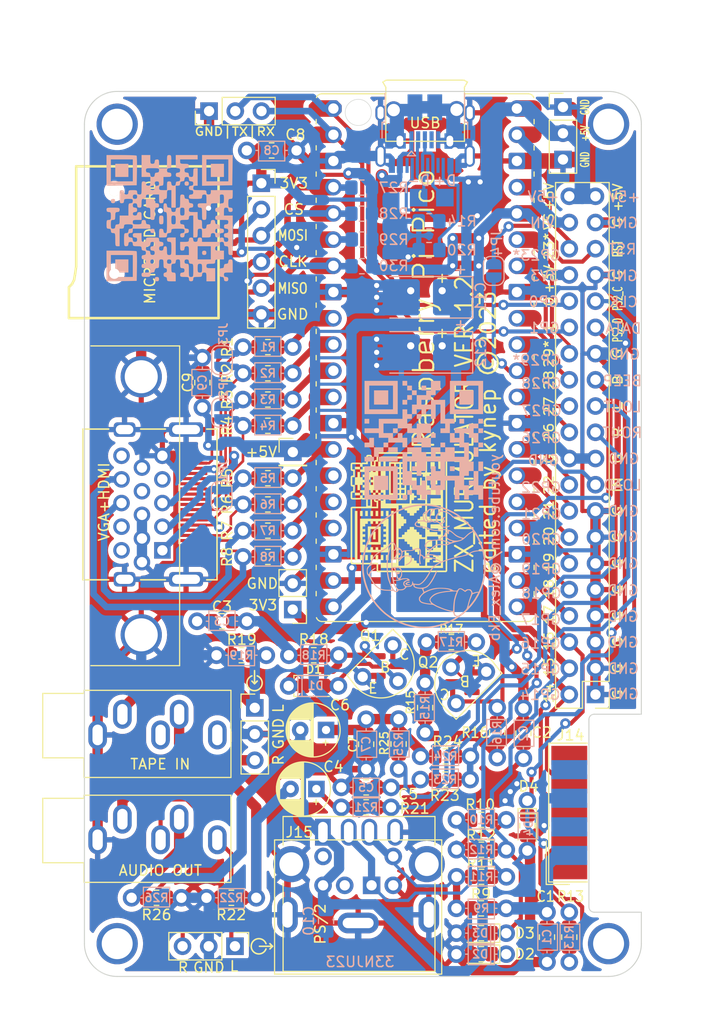
<source format=kicad_pcb>
(kicad_pcb (version 20211014) (generator pcbnew)
  (layers (0 "F.Cu" signal) (31 "B.Cu" signal) (34 "B.Paste" user) (35 "F.Paste" user) (36 "B.SilkS" user "B.Silkscreen") (37 "F.SilkS" user "F.Silkscreen") (38 "B.Mask" user) (39 "F.Mask" user) (44 "Edge.Cuts" user))
  (net 0 "")
  (net 1 "/VGA_VS")
  (net 2 "GND")
  (net 3 "/VGA_HS")
  (net 4 "/VGA_RH")
  (net 5 "/VGA_RL")
  (net 6 "/VGA_GH")
  (net 7 "/VGA_GL")
  (net 8 "/VGA_BH")
  (net 9 "/VGA_BL")
  (net 14 "/+5V")
  (net 21 "/GP_6")
  (net 22 "/GP_7")
  (net 23 "/GP_8")
  (net 24 "/GP_9")
  (net 25 "/GP_10")
  (net 26 "/GP_11")
  (net 27 "/GP_12")
  (net 28 "/GP_13")
  (net 29 "/GP_0")
  (net 30 "/GP_1")
  (net 31 "/GP_2")
  (net 32 "/GP_3")
  (net 33 "/GP_4")
  (net 34 "/GP_5")
  (net 35 "/GP_14")
  (net 36 "/GP_15")
  (net 37 "/GP_16")
  (net 38 "/GP_17")
  (net 39 "/GP_18")
  (net 40 "/GP_19")
  (net 41 "/GP_20")
  (net 42 "/GP_21")
  (net 43 "/GP_22")
  (net 44 "/RUN")
  (net 45 "/GP_26")
  (net 46 "/GP_27")
  (net 47 "/GP_28")
  (net 48 "/GP_29_VREF")
  (net 49 "/+3V3")
  (net 50 "/GP_23_3v3EN")
  (net 51 "/+5V_in")
  (net 52 "/L*")
  (net 56 "/PS{slash}2_DATA_3V")
  (net 57 "/PS{slash}2_CLK_3V")
  (net 58 "/PS{slash}2 DATA")
  (net 60 "/PS{slash}2 CLK")
  (net 62 "/LOAD_IN")
  (net 63 "Net-(C3-Pad2)")
  (net 64 "/LOAD_IN_D")
  (net 65 "/LOAD_IN_R")
  (net 66 "Net-(Q2-Pad1)")
  (net 67 "Net-(D1-Pad1)")
  (net 68 "Net-(D1-Pad2)")
  (net 69 "Net-(C4-Pad1)")
  (net 70 "/L")
  (net 71 "Net-(C6-Pad1)")
  (net 72 "/R")
  (net 73 "/LEFT_OUT")
  (net 74 "/RIGHT_OUT")
  (net 75 "/BEEP_OUT")
  (net 76 "/R*")
  (net 80 "/J1_DATA")
  (net 84 "/RST")
  (net 85 "/D-")
  (net 86 "/D+")
  (net 88 "Net-(R14-Pad2)")
  (net 89 "Net-(R20-Pad2)")
  (footprint "LIBS:R_0805_PLUS" (layer "F.Cu") (at 57.15 95.3516 180)
    (fp_text reference "C5")
    (fp_text value "10n")
  )
  (footprint "LIBS:GCT-MEM2055-00-190-01-A" (layer "F.Cu") (at 44.045 42.545 90)
    (fp_text reference "J3" hide)
    (fp_text value "Micro_SD_Card")
  )
  (footprint "LIBS:R_0805_PLUS" (layer "F.Cu") (at 47.625 67.945)
    (fp_text reference "R6")
    (fp_text value "330R")
  )
  (footprint "LIBS:R_0805_PLUS" (layer "F.Cu") (at 47.625 70.485)
    (fp_text reference "R7")
    (fp_text value "100R")
  )
  (footprint "LIBS:R_0805_PLUS" (layer "F.Cu") (at 47.625 55.245)
    (fp_text reference "R2")
    (fp_text value "330R")
  )
  (footprint "LIBS:R_0805_PLUS" (layer "F.Cu") (at 45.059675 82.55 180)
    (fp_text reference "R19")
    (fp_text value "100R")
  )
  (footprint "LIBS:R_0805_PLUS" (layer "F.Cu") (at 43.175031 79.258622)
    (fp_text reference "C3")
    (fp_text value "0.1u")
  )
  (footprint "LIBS:R_0805_PLUS" (layer "F.Cu") (at 52.07 82.55)
    (fp_text reference "R18")
    (fp_text value "10k")
  )
  (footprint "LIBS:R_0805_PLUS" (layer "F.Cu") (at 65.405 81.28)
    (fp_text reference "R17")
    (fp_text value "10k")
  )
  (footprint "LIBS:R_0805_PLUS" (layer "F.Cu") (at 64.813724 94.59165)
    (fp_text reference "R23")
    (fp_text value "2k")
  )
  (footprint "LIBS:R_0805_PLUS" (layer "F.Cu") (at 68.326 104.013)
    (fp_text reference "R11")
    (fp_text value "100R" hide)
  )
  (footprint "LIBS:R_0805_PLUS" (layer "F.Cu") (at 68.317 98.497)
    (fp_text reference "R10")
    (fp_text value "1k" hide)
  )
  (footprint "Connector_PinHeader_2.54mm:PinHeader_2x20_P2.54mm_Vertical" (layer "F.Cu") (at 79.375 86.355 180)
    (fp_text reference "J2" hide)
    (fp_text value "EXT")
  )
  (footprint "LIBS:R_0805_PLUS" (layer "F.Cu") (at 44.085 106.045 180)
    (fp_text reference "R22")
    (fp_text value "330R")
  )
  (footprint "LIBS:HDMI" (layer "F.Cu") (at 39.695 67.945 -90)
    (fp_text reference "CN1" hide)
    (fp_text value "HDMI")
  )
  (footprint "LIBS:R_0805_PLUS" (layer "F.Cu") (at 64.843288 92.344802)
    (fp_text reference "R24")
    (fp_text value "2k")
  )
  (footprint "LIBS:R_0805_PLUS" (layer "F.Cu") (at 47.625 52.705)
    (fp_text reference "R1")
    (fp_text value "1k")
  )
  (footprint "Connector_PinHeader_2.54mm:PinHeader_1x02_P2.54mm_Vertical" (layer "F.Cu") (at 50.033422 78.130833 180)
    (fp_text reference "J10" hide)
    (fp_text value "Conn_01x02")
  )
  (footprint "LIBS:R_0805_PLUS" (layer "F.Cu") (at 52.05 85.5245)
    (fp_text reference "D1")
    (fp_text value "4148" hide)
  )
  (footprint "LIBS:R_0805_PLUS" (layer "F.Cu") (at 62.865 87.63 90)
    (fp_text reference "R15")
    (fp_text value "10k")
  )
  (footprint "LIBS:R_0805_PLUS" (layer "F.Cu") (at 47.99 33.655 180)
    (fp_text reference "C8")
    (fp_text value "0.1u")
  )
  (footprint "Connector_PinHeader_2.54mm:PinHeader_1x01_P2.54mm_Vertical" (layer "F.Cu") (at 50.043916 62.874035)
    (fp_text reference "J11" hide)
    (fp_text value "Conn_01x01")
  )
  (footprint "LIBS:SOT-23_PLUS2" (layer "F.Cu") (at 66.167 85.09 180)
    (fp_text reference "Q2")
    (fp_text value "BC850")
  )
  (footprint "Connector_Audio:Jack_3.5mm_CUI_SJ1-3535NG_Horizontal" (layer "F.Cu") (at 31.125 90.27 90)
    (fp_text reference "J13" hide)
    (fp_text value "Audio IN")
  )
  (footprint "LIBS:Connector_Mini-DIN_Female_6Pin_2rows" (layer "F.Cu") (at 57.673448 104.839098)
    (fp_text reference "J7" hide)
    (fp_text value "Mini-DIN-6")
  )
  (footprint "LIBS:R_0805_PLUS" (layer "F.Cu") (at 68.31 109.474 180)
    (fp_text reference "D3")
    (fp_text value "3V3")
  )
  (footprint "LIBS:R_0805_PLUS" (layer "F.Cu") (at 68.307 107.067 180)
    (fp_text reference "R9")
    (fp_text value "1k" hide)
  )
  (footprint "Connector_Audio:Jack_3.5mm_CUI_SJ1-3535NG_Horizontal" (layer "F.Cu") (at 31.125 100.43 90)
    (fp_text reference "J12" hide)
    (fp_text value "Audio OUT")
  )
  (footprint "LIBS:R_0805_PLUS" (layer "F.Cu") (at 57.15 97.282)
    (fp_text reference "R21")
    (fp_text value "1k")
  )
  (footprint "LIBS:R_0805_PLUS" (layer "F.Cu") (at 69.85 90.043 90)
    (fp_text reference "R16")
    (fp_text value "1k")
  )
  (footprint "LIBS:SOT-23_PLUS2" (layer "F.Cu") (at 59.436 83.693)
    (fp_text reference "Q1")
    (fp_text value "BC850")
  )
  (footprint "Connector_PinHeader_2.54mm:PinHeader_1x03_P2.54mm_Vertical" (layer "F.Cu") (at 44.43407 110.738885 -90)
    (fp_text reference "J9" hide)
    (fp_text value "IN_A")
  )
  (footprint "Connector_USB:USB_A_CONNFLY_DS1095-WNR0" (layer "F.Cu") (at 52.959 100.076)
    (fp_text reference "J15")
    (fp_text value "USB_A")
  )
  (footprint "LIBS:R_0805_PLUS" (layer "F.Cu") (at 72.771 99.06 -90)
    (fp_text reference "D4")
    (fp_text value "3V3")
  )
  (footprint "LIBS:R_0805_PLUS" (layer "F.Cu") (at 47.625 60.325)
    (fp_text reference "R4")
    (fp_text value "330R")
  )
  (footprint "Connector_Dsub:DSUB-15-HD_Female_Horizontal_P2.29x1.98mm_EdgePinOffset3.03mm_Housed_MountingHolesOffset4.94mm" (layer "F.Cu") (at 37.400331 72.39 -90)
    (fp_text reference "J1" hide)
    (fp_text value "VGA")
  )
  (footprint "LIBS:R_0805_PLUS" (layer "F.Cu") (at 36.83 106.045)
    (fp_text reference "R26")
    (fp_text value "330R")
  )
  (footprint "LIBS:Raspberry_Pi_Pico_SMT_THT_MOD_2" (layer "F.Cu") (at 53.975 29.595)
    (fp_text reference "U1" hide)
    (fp_text value "raspberrypi-pico-module")
  )
  (footprint "LIBS:R_0805_PLUS" (layer "F.Cu") (at 68.31 111.506 180)
    (fp_text reference "D2")
    (fp_text value "3V3")
  )
  (footprint "LIBS:R_0805_PLUS" (layer "F.Cu") (at 60.293101 91.149032 -90)
    (fp_text reference "R25")
    (fp_text value "1k")
  )
  (footprint "Capacitor_THT:CP_Radial_D5.0mm_P2.50mm" (layer "F.Cu") (at 52.324 95.504 180)
    (fp_text reference "C4")
    (fp_text value "10u")
  )
  (footprint "LIBS:R_0805_PLUS" (layer "F.Cu") (at 74.676 109.855 -90)
    (fp_text reference "C1")
    (fp_text value "0.1u")
  )
  (footprint "LIBS:R_0805_PLUS" (layer "F.Cu") (at 41.275 56.145923 90)
    (fp_text reference "C9")
    (fp_text value "0.1u")
  )
  (footprint "Capacitor_THT:CP_Radial_D5.0mm_P2.50mm" (layer "F.Cu") (at 53.259791 89.789 180)
    (fp_text reference "C6")
    (fp_text value "10u")
  )
  (footprint "Connector_Dsub:DSUB-9_Male_EdgeMount_P2.77mm" (layer "F.Cu") (at 76.8395 97.79 90)
    (fp_text reference "J14")
    (fp_text value "JOY-1")
  )
  (footprint "Connector_PinSocket_2.54mm:PinSocket_1x06_P2.54mm_Vertical" (layer "F.Cu") (at 46.99 36.83)
    (fp_text reference "J4" hide)
    (fp_text value "Conn_SD")
  )
  (footprint "LIBS:R_0805_PLUS" (layer "F.Cu") (at 76.835 109.855 -90)
    (fp_text reference "R13")
    (fp_text value "1k")
  )
  (footprint "LIBS:R_0805_PLUS" (layer "F.Cu") (at 57.15 91.17 -90)
    (fp_text reference "C7")
    (fp_text value "10n")
  )
  (footprint "LIBS:R_0805_PLUS" (layer "F.Cu") (at 47.625 57.785)
    (fp_text reference "R3")
    (fp_text value "1k")
  )
  (footprint "LIBS:R_0805_PLUS" (layer "F.Cu") (at 68.317 101.387)
    (fp_text reference "R12")
    (fp_text value "100R" hide)
  )
  (footprint "LIBS:R_0805_PLUS" (layer "F.Cu") (at 47.625 65.405)
    (fp_text reference "R5")
    (fp_text value "1k")
  )
  (footprint "LIBS:R_0805_PLUS" (layer "F.Cu") (at 72.39 90.112553 -90)
    (fp_text reference "C2")
    (fp_text value "0.1u")
  )
  (footprint "Connector_PinHeader_2.54mm:PinHeader_1x03_P2.54mm_Vertical" (layer "F.Cu") (at 76.225479 29.452407)
    (fp_text reference "J5" hide)
    (fp_text value "PWR")
  )
  (footprint "Connector_PinHeader_2.54mm:PinHeader_1x03_P2.54mm_Vertical" (layer "F.Cu") (at 46.355 87.645)
    (fp_text reference "J8" hide)
    (fp_text value "IN_A")
  )
  (footprint "Connector_PinHeader_2.54mm:PinHeader_1x03_P2.54mm_Vertical" (layer "F.Cu") (at 41.925 29.845 90)
    (fp_text reference "J6" hide)
    (fp_text value "UART")
  )
  (footprint "LOGO" (layer "F.Cu") (at 60.325 68.707 90)
    (fp_text reference "G***" hide)
    (fp_text value "LOGO" hide)
  )
  (footprint "LIBS:R_0805_PLUS" (layer "F.Cu") (at 47.625 73.025)
    (fp_text reference "R8")
    (fp_text value "100R")
  )
  (footprint "Resistor_SMD:R_0805_2012Metric_Pad1.20x1.40mm_HandSolder" (layer "B.Cu") (at 63.246 43.307)
    (fp_text reference "R20")
    (fp_text value "5.1K")
  )
  (footprint "Resistor_SMD:R_0805_2012Metric_Pad1.20x1.40mm_HandSolder" (layer "B.Cu") (at 56.717418 37.253676)
    (fp_text reference "R27")
    (fp_text value "10k")
  )
  (footprint "Resistor_SMD:R_0805_2012Metric_Pad1.20x1.40mm_HandSolder" (layer "B.Cu") (at 56.758479 42.281573)
    (fp_text reference "R29")
    (fp_text value "10k")
  )
  (footprint "Resistor_SMD:R_0805_2012Metric_Pad1.20x1.40mm_HandSolder" (layer "B.Cu") (at 56.717418 39.778916)
    (fp_text reference "R28")
    (fp_text value "10k")
  )
  (footprint "Jumper:SolderJumper-2_P1.3mm_Open_RoundedPad1.0x1.5mm" (layer "B.Cu") (at 43.141986 67.11934 90)
    (fp_text reference "JP1")
    (fp_text value "R_J")
  )
  (footprint "Connector_PinHeader_2.54mm:PinHeader_1x02_P2.54mm_Vertical" (layer "B.Cu") (at 64.775 38.227 90)
    (fp_text reference "J18" hide)
    (fp_text value "Conn_01x02_Female")
  )
  (footprint "LOGO" (layer "B.Cu") (at 62.738 73.914 -90)
    (fp_text reference "G***" hide)
    (fp_text value "LOGO" hide)
  )
  (footprint "Resistor_SMD:R_0805_2012Metric_Pad1.20x1.40mm_HandSolder" (layer "B.Cu") (at 56.737949 44.868404)
    (fp_text reference "R30")
    (fp_text value "10k")
  )
  (footprint "Jumper:SolderJumper-2_P1.3mm_Open_RoundedPad1.0x1.5mm" (layer "B.Cu") (at 43.18 53.975 90)
    (fp_text reference "JP3")
    (fp_text value "B_J")
  )
  (footprint "Capacitor_SMD:C_0805_2012Metric_Pad1.18x1.45mm_HandSolder" (layer "B.Cu") (at 53.2638 108.2802 -90)
    (fp_text reference "C10")
    (fp_text value "10u")
  )
  (footprint "Jumper:SolderJumper-2_P1.3mm_Open_RoundedPad1.0x1.5mm" (layer "B.Cu") (at 43.18 59.055 90)
    (fp_text reference "JP2")
    (fp_text value "G_J")
  )
  (footprint "LOGO" (layer "B.Cu") (at 62.738 61.722 -90)
    (fp_text reference "G***" hide)
    (fp_text value "LOGO" hide)
  )
  (footprint "Capacitor_Tantalum_SMD:CP_EIA-7132-28_AVX-C_Pad2.72x3.50mm_HandSolder" (layer "B.Cu") (at 62.992 47.879 180)
    (fp_text reference "C11")
    (fp_text value "100u")
  )
  (footprint "Jumper:SolderJumper-2_P1.3mm_Open_RoundedPad1.0x1.5mm" (layer "B.Cu") (at 69.515001 45.320005 90)
    (fp_text reference "JP4")
    (fp_text value "JRST")
  )
  (footprint "Resistor_SMD:R_0805_2012Metric_Pad1.20x1.40mm_HandSolder" (layer "B.Cu") (at 63.246 40.513)
    (fp_text reference "R14")
    (fp_text value "5.1K ")
  )
  (footprint "Capacitor_Tantalum_SMD:CP_EIA-7132-28_AVX-C_Pad2.72x3.50mm_HandSolder" (layer "B.Cu") (at 62.992 53.213 180)
    (fp_text reference "C12")
    (fp_text value "100u")
  )
  (footprint "LIBS:USB-TYPE-C-31-M-12_lib2" (layer "B.Cu") (at 62.865 27.411)
    (fp_text reference "USB1")
    (fp_text value "TYPE-C-31-M-12")
  )
  (footprint "LIBS:USB_Micro-B_Amphenol" (layer "B.Cu") (at 62.865 30.861)
    (fp_text reference "J17" hide)
    (fp_text value "USB_B_Micro")
  )
  (footprint "LOGO" (layer "B.Cu") (at 38.1 40.132 -90)
    (fp_text reference "G***" hide)
    (fp_text value "LOGO" hide)
  )
  (gr_line (start 69.215 110.617) (end 69.215 112.522) (layer "B.SilkS") (width 0.12))
  (gr_line (start 71.869648 98.293315) (end 73.774648 98.293315) (layer "B.SilkS") (width 0.12))
  (gr_line (start 69.215 108.585) (end 69.215 110.49) (layer "B.SilkS") (width 0.12))
  (gr_line (start 71.869648 97.404315) (end 73.647648 97.404315) (layer "F.SilkS") (width 0.12))
  (gr_line (start 48.077064 110.744) (end 47.823064 110.998) (layer "F.SilkS") (width 0.15))
  (gr_line (start 70.104 108.585) (end 70.104 110.363) (layer "F.SilkS") (width 0.12))
  (gr_line (start 46.332069 85.312617) (end 46.078069 85.058617) (layer "F.SilkS") (width 0.15))
  (gr_arc (start 46.586069 84.550617) (mid 46.332069 85.982475) (end 46.078069 84.550617) (layer "F.SilkS") (width 0.15))
  (gr_line (start 67.056 108.585) (end 70.104 108.585) (layer "F.SilkS") (width 0.12))
  (gr_line (start 67.056 110.617) (end 70.104 110.617) (layer "F.SilkS") (width 0.12))
  (gr_line (start 73.647648 97.404315) (end 73.647648 100.579315) (layer "F.SilkS") (width 0.12))
  (gr_line (start 69.596 110.617) (end 69.596 112.395) (layer "F.SilkS") (width 0.12))
  (gr_arc (start 47.442064 110.998) (mid 46.010276 110.744) (end 47.442064 110.49) (layer "F.SilkS") (width 0.15))
  (gr_line (start 47.823064 110.49) (end 48.077064 110.744) (layer "F.SilkS") (width 0.15))
  (gr_line (start 71.869648 100.452315) (end 71.869648 97.404315) (layer "F.SilkS") (width 0.12))
  (gr_line (start 46.332069 84.042617) (end 46.332069 85.312617) (layer "F.SilkS") (width 0.15))
  (gr_line (start 70.104 110.363) (end 66.929 110.363) (layer "F.SilkS") (width 0.12))
  (gr_line (start 70.104 110.617) (end 70.104 112.395) (layer "F.SilkS") (width 0.12))
  (gr_line (start 71.869648 97.912315) (end 73.647648 97.912315) (layer "F.SilkS") (width 0.12))
  (gr_line (start 46.807064 110.744) (end 48.077064 110.744) (layer "F.SilkS") (width 0.15))
  (gr_line (start 48.077064 110.744) (end 47.823064 110.49) (layer "F.SilkS") (width 0.15))
  (gr_line (start 69.596 108.585) (end 69.596 110.363) (layer "F.SilkS") (width 0.12))
  (gr_line (start 46.586069 85.058617) (end 46.332069 85.312617) (layer "F.SilkS") (width 0.15))
  (gr_line (start 70.104 112.395) (end 66.929 112.395) (layer "F.SilkS") (width 0.12))
  (gr_line (start 46.332069 85.312617) (end 46.586069 85.058617) (layer "F.SilkS") (width 0.15))
  (gr_line locked (start 33.02 27.94) (end 80.645 27.94) (layer "Edge.Cuts") (width 0.1))
  (gr_arc locked (start 33.02 113.665) (mid 30.774936 112.735064) (end 29.845 110.49) (layer "Edge.Cuts") (width 0.1))
  (gr_line locked (start 29.845 110.49) (end 29.845 31.115) (layer "Edge.Cuts") (width 0.1))
  (gr_arc (start 78.74 88.773) (mid 78.88879 88.41379) (end 79.248 88.265) (layer "Edge.Cuts") (width 0.1))
  (gr_arc (start 79.248 107.442) (mid 78.88879 107.29321) (end 78.74 106.934) (layer "Edge.Cuts") (width 0.1))
  (gr_line (start 83.82 107.442) (end 79.248 107.442) (layer "Edge.Cuts") (width 0.1))
  (gr_line (start 78.74 106.934) (end 78.74 88.773) (layer "Edge.Cuts") (width 0.1))
  (gr_line locked (start 80.645 113.665) (end 33.02 113.665) (layer "Edge.Cuts") (width 0.1))
  (gr_arc locked (start 29.845 31.115) (mid 30.774936 28.869936) (end 33.02 27.94) (layer "Edge.Cuts") (width 0.1))
  (gr_line (start 83.82 31.115) (end 83.82 88.265) (layer "Edge.Cuts") (width 0.1))
  (gr_line (start 83.82 107.442) (end 83.82 110.49) (layer "Edge.Cuts") (width 0.1))
  (gr_arc locked (start 80.645 27.94) (mid 82.890064 28.869936) (end 83.82 31.115) (layer "Edge.Cuts") (width 0.1))
  (gr_line (start 79.248 88.265) (end 83.82 88.265) (layer "Edge.Cuts") (width 0.1))
  (gr_arc locked (start 83.82 110.49) (mid 82.890064 112.735064) (end 80.645 113.665) (layer "Edge.Cuts") (width 0.1))
  (gr_circle (center 56.388 29.972) (end 56.388 31.242) (layer "Edge.Cuts") (width 0.05) (fill none))
  (gr_text "3V3\n" (at 74.425 45.8) (layer "B.SilkS") (effects (font (size 1 1)) (justify mirror)))
  (gr_text "+5V" (at 74.325 38.125) (layer "B.SilkS") (effects (font (size 1 1)) (justify mirror)))
  (gr_text "GP18" (at 74.125 76.55) (layer "B.SilkS") (effects (font (size 1 1)) (justify mirror)))
  (gr_text "DATA" (at 82.075 50.9) (layer "B.SilkS") (effects (font (size 1 1)) (justify mirror)))
  (gr_text "VIN" (at 74.225 40.675) (layer "B.SilkS") (effects (font (size 1 1)) (justify mirror)))
  (gr_text "GP27" (at 74.15 58.875) (layer "B.SilkS") (effects (font (size 1 1)) (justify mirror)))
  (gr_text "GND\n" (at 74.35 63.675) (layer "B.SilkS") (effects (font (size 1 1)) (justify mirror)))
  (gr_text "LOUT" (at 82 58.5) (layer "B.SilkS") (effects (font (size 1 1)) (justify mirror)))
  (gr_text "GND\n" (at 82.025 76.275) (layer "B.SilkS") (effects (font (size 1 1)) (justify mirror)))
  (gr_text "GND\n" (at 82.025 78.8) (layer "B.SilkS") (effects (font (size 1 1)) (justify mirror)))
  (gr_text "GND\n" (at 81.975 40.675) (layer "B.SilkS") (effects (font (size 1 1)) (justify mirror)))
  (gr_text "GND\n" (at 82.025 73.675) (layer "B.SilkS") (effects (font (size 1 1)) (justify mirror)))
  (gr_text "GP16" (at 74.05 81.4) (layer "B.SilkS") (effects (font (size 1 1)) (justify mirror)))
  (gr_text "GP29*" (at 73.66 53.975) (layer "B.SilkS") (effects (font (size 1 1)) (justify mirror)))
  (gr_text "GP1" (at 74.425 50.85) (layer "B.SilkS") (effects (font (size 1 1)) (justify mirror)))
  (gr_text "GP19" (at 74.125 74.2) (layer "B.SilkS") (effects (font (size 1 1)) (justify mirror)))
  (gr_text "GP20" (at 74.125 71.325) (layer "B.SilkS") (effects (font (size 1 1)) (justify mirror)))
  (gr_text "GP0" (at 74.375 48.3) (layer "B.SilkS") (effects (font (size 1 1)) (justify mirror)))
  (gr_text "LOAD" (at 82 66.075) (layer "B.SilkS") (effects (font (size 1 1)) (justify mirror)))
  (gr_text "GND\n" (at 82.025 71.075) (layer "B.SilkS") (effects (font (size 1 1)) (justify mirror)))
  (gr_text "GP14" (at 74.025 86.375) (layer "B.SilkS") (effects (font (size 1 1)) (justify mirror)))
  (gr_text "GND\n" (at 82.05 83.85) (layer "B.SilkS") (effects (font (size 1 1)) (justify mirror)))
  (gr_text "33NJU23" (at 56.55 112.25) (layer "B.SilkS") (effects (font (size 1 1)) (justify mirror)))
  (gr_text "CLK" (at 82.075 48.325) (layer "B.SilkS") (effects (font (size 1 1)) (justify mirror)))
  (gr_text "GND\n" (at 82.075 68.6) (layer "B.SilkS") (effects (font (size 1 1)) (justify mirror)))
  (gr_text "GP23*" (at 73.66 43.815) (layer "B.SilkS") (effects (font (size 1 1)) (justify mirror)))
  (gr_text "GND\n" (at 82.175 53.4) (layer "B.SilkS") (effects (font (size 1 1)) (justify mirror)))
  (gr_text "youtube.com/@Alex_Ekb" (at 69.596 72.136 90) (layer "B.SilkS") (effects (font (size 1 1)) (justify mirror)))
  (gr_text "+" (at 66.302668 50.471894) (layer "B.SilkS") (effects (font (size 1 1)) (justify mirror)))
  (gr_text "ROUT" (at 81.975 61) (layer "B.SilkS") (effects (font (size 1 1)) (justify mirror)))
  (gr_text "D+" (at 64.77 36.576) (layer "B.SilkS") (effects (font (size 1 1)) (justify mirror)))
  (gr_text "BEEP" (at 81.975 55.975) (layer "B.SilkS") (effects (font (size 1 1)) (justify mirror)))
  (gr_text "GP21\n" (at 74.125 68.875) (layer "B.SilkS") (effects (font (size 1 1)) (justify mirror)))
  (gr_text "GP15" (at 74.05 83.9) (layer "B.SilkS") (effects (font (size 1 1)) (justify mirror)))
  (gr_text "GND\n" (at 82.05 86.3) (layer "B.SilkS") (effects (font (size 1 1)) (justify mirror)))
  (gr_text "+5V" (at 82.175 38.15) (layer "B.SilkS") (effects (font (size 1 1)) (justify mirror)))
  (gr_text "+" (at 66.302668 45.137894) (layer "B.SilkS") (effects (font (size 1 1)) (justify mirror)))
  (gr_text "GND\n" (at 81.95 45.8) (layer "B.SilkS") (effects (font (size 1 1)) (justify mirror)))
  (gr_text "GND\n" (at 82.1 63.525) (layer "B.SilkS") (effects (font (size 1 1)) (justify mirror)))
  (gr_text "RST" (at 81.975 43.225) (layer "B.SilkS") (effects (font (size 1 1)) (justify mirror)))
  (gr_text "GP17" (at 74.075 79.1) (layer "B.SilkS") (effects (font (size 1 1)) (justify mirror)))
  (gr_text "GND\n" (at 82.025 81.3) (layer "B.SilkS") (effects (font (size 1 1)) (justify mirror)))
  (gr_text "GP22" (at 74.1 66.3) (layer "B.SilkS") (effects (font (size 1 1)) (justify mirror)))
  (gr_text "GP28" (at 74.125 56.225) (layer "B.SilkS") (effects (font (size 1 1)) (justify mirror)))
  (gr_text "D-" (at 62.23 36.576) (layer "B.SilkS") (effects (font (size 1 1)) (justify mirror)))
  (gr_text "GP26" (at 74.125 61.5) (layer "B.SilkS") (effects (font (size 1 1)) (justify mirror)))
  (gr_text "G" (at 81.534 86.36 90) (layer "F.SilkS") (effects (font (size 0.9 1))))
  (gr_text "G" (at 81.534 76.2 90) (layer "F.SilkS") (effects (font (size 0.9 1))))
  (gr_text "15" (at 74.865395 83.717416 90) (layer "F.SilkS") (effects (font (size 0.9 1))))
  (gr_text "29*" (at 74.865395 53.364416 90) (layer "F.SilkS") (effects (font (size 0.9 1))))
  (gr_text "B" (at 81.534 55.88 90) (layer "F.SilkS") (effects (font (size 0.9 1))))
  (gr_text "20" (at 74.865395 71.017416 90) (layer "F.SilkS") (effects (font (size 0.9 1))))
  (gr_text "16" (at 74.865395 81.177416 90) (layer "F.SilkS") (effects (font (size 0.9 1))))
  (gr_text "CLK" (at 50.052423 44.414053) (layer "F.SilkS") (effects (font (size 1 1))))
  (gr_text "MISO" (at 50.026608 47.021367) (layer "F.SilkS") (effects (font (size 1 0.8))))
  (gr_text "27" (at 74.865395 58.444416 90) (layer "F.SilkS") (effects (font (size 0.9 1))))
  (gr_text "MOSI" (at 50.052423 41.884185) (layer "F.SilkS") (effects (font (size 1 0.8))))
  (gr_text "+" (at 64.516 51.308) (layer "F.SilkS") (effects (font (size 1 1))))
  (gr_text "IN" (at 81.534 66.04 90) (layer "F.SilkS") (effects (font (size 0.9 1))))
  (gr_text "18" (at 74.865395 76.097416 90) (layer "F.SilkS") (effects (font (size 0.9 1))))
  (gr_text "GND" (at 78.359 34.544 90) (layer "F.SilkS") (effects (font (size 0.8 0.5) (thickness 0.125))))
  (gr_text "GND" (at 50.026608 49.525421) (layer "F.SilkS") (effects (font (size 1 1))))
  (gr_text "23*" (at 74.865395 42.950416 90) (layer "F.SilkS") (effects (font (size 0.9 1))))
  (gr_text "L" (at 48.638497 87.715228 90) (layer "F.SilkS") (effects (font (size 1 1))))
  (gr_text "14" (at 74.865395 86.257416 90) (layer "F.SilkS") (effects (font (size 0.9 1))))
  (gr_text "+5V" (at 46.99 62.865) (layer "F.SilkS") (effects (font (size 1 1))))
  (gr_text "3V3" (at 47.148984 77.696182) (layer "F.SilkS") (effects (font (size 1 1))))
  (gr_text "GND" (at 48.651641 90.146791 90) (layer "F.SilkS") (effects (font (size 1 1))))
  (gr_text "26" (at 74.865395 60.984416 90) (layer "F.SilkS") (effects (font (size 0.9 1))))
  (gr_text "G" (at 81.534 63.5 90) (layer "F.SilkS") (effects (font (size 0.9 1))))
  (gr_text "PS2_C" (at 81.534 48.006 90) (layer "F.SilkS") (effects (font (size 0.9 0.5) (thickness 0.125))))
  (gr_text "L" (at 81.534 58.42 90) (layer "F.SilkS") (effects (font (size 0.9 1))))
  (gr_text "+5V" (at 78.373524 32.008149 90) (layer "F.SilkS") (effects (font (size 0.8 0.5) (thickness 0.125))))
  (gr_text "GND" (at 78.359 29.464 90) (layer "F.SilkS") (effects (font (size 0.8 0.5) (thickness 0.125))))
  (gr_text "R" (at 81.534 60.96 90) (layer "F.SilkS") (effects (font (size 0.9 1))))
  (gr_text "G" (at 81.534 78.74 90) (layer "F.SilkS") (effects (font (size 0.9 1))))
  (gr_text "CS" (at 50.14 39.37) (layer "F.SilkS") (effects (font (size 1 1))))
  (gr_text "G" (at 81.534 53.34 90) (layer "F.SilkS") (effects (font (size 0.9 1))))
  (gr_text "GND" (at 47.080848 75.606667) (layer "F.SilkS") (effects (font (size 1 1))))
  (gr_text "+5V" (at 74.865395 38.124416 90) (layer "F.SilkS") (effects (font (size 0.9 0.9))))
  (gr_text "+" (at 64.516 45.974) (layer "F.SilkS") (effects (font (size 1 1))))
  (gr_text "+3V" (at 74.865395 46.125416 90) (layer "F.SilkS") (effects (font (size 0.9 0.9))))
  (gr_text "TAPE IN" (at 37.2 93.1) (layer "F.SilkS") (effects (font (size 1 1))))
  (gr_text "G" (at 81.534 45.72 90) (layer "F.SilkS") (effects (font (size 0.9 1))))
  (gr_text "PS/2" (at 52.705 108.585 90) (layer "F.SilkS") (effects (font (size 1 1))))
  (gr_text "RST" (at 81.534 43.18 90) (layer "F.SilkS") (effects (font (size 0.9 0.6))))
  (gr_text "G" (at 81.534 40.64 90) (layer "F.SilkS") (effects (font (size 0.9 1))))
  (gr_text "AUDIO OUT" (at 37.2 103.4) (layer "F.SilkS") (effects (font (size 1 1))))
  (gr_text "L" (at 44.345506 112.68729) (layer "F.SilkS") (effects (font (size 1 1))))
  (gr_text "0" (at 74.865395 48.284416 90) (layer "F.SilkS") (effects (font (size 0.9 1))))
  (gr_text "G" (at 81.534 73.66 90) (layer "F.SilkS") (effects (font (size 0.9 1))))
  (gr_text "28" (at 74.865395 55.904416 90) (layer "F.SilkS") (effects (font (size 0.9 1))))
  (gr_text "R" (at 39.40807 112.797995) (layer "F.SilkS") (effects (font (size 1 1))))
  (gr_text "R" (at 48.641 92.71 90) (layer "F.SilkS") (effects (font (size 1 1))))
  (gr_text "17" (at 74.865395 78.637416 90) (layer "F.SilkS") (effects (font (size 0.9 1))))
  (gr_text "G" (at 81.534 71.12 90) (layer "F.SilkS") (effects (font (size 0.9 1))))
  (gr_text "G" (at 74.865395 63.524416 90) (layer "F.SilkS") (effects (font (size 0.9 1))))
  (gr_text "21" (at 74.865395 68.477416 90) (layer "F.SilkS") (effects (font (size 0.9 1))))
  (gr_text "GND|TX|RX" (at 44.416707 31.826351) (layer "F.SilkS") (effects (font (size 0.8 0.9))))
  (gr_text "22" (at 74.865395 66.064416 90) (layer "F.SilkS") (effects (font (size 0.9 1))))
  (gr_text "Raspberry Pi Pico" (at 62.738 49.022 90) (layer "F.SilkS") (effects (font (size 2 2) (thickness 0.2))))
  (gr_text "1" (at 74.865395 50.824416 90) (layer "F.SilkS") (effects (font (size 0.9 1))))
  (gr_text "GND" (at 41.91 112.797995) (layer "F.SilkS") (effects (font (size 1 1))))
  (gr_text "G" (at 81.534 68.58 90) (layer "F.SilkS") (effects (font (size 0.9 1))))
  (gr_text "PS2_D" (at 81.534 51.054 90) (layer "F.SilkS") (effects (font (size 0.9 0.5) (thickness 0.125))))
  (gr_text "MICRO SD CARD" (at 36.195 42.545 90) (layer "F.SilkS") (effects (font (size 1 1))))
  (gr_text "3V3" (at 50.14 36.83) (layer "F.SilkS") (effects (font (size 1 1))))
  (gr_text "edited by kynep ©2023" (at 68.961 60.96 90) (layer "F.SilkS") (effects (font (size 1.5 1.5) (thickness 0.2))))
  (gr_text "ZX_MURMULATOR VER 1.2" (at 66.675 60.198 90) (layer "F.SilkS") (effects (font (size 1.7 1.5) (thickness 0.2))))
  (gr_text "G" (at 81.534 83.82 90) (layer "F.SilkS") (effects (font (size 0.9 1))))
  (gr_text "+5V" (at 81.534 38.227 90) (layer "F.SilkS") (effects (font (size 0.9 0.9))))
  (gr_text "VS" (at 74.865395 40.537416 90) (layer "F.SilkS") (effects (font (size 0.9 0.9))))
  (gr_text "19" (at 74.865395 73.557416 90) (layer "F.SilkS") (effects (font (size 0.9 1))))
  (gr_text "G" (at 81.534 81.28 90) (layer "F.SilkS") (effects (font (size 0.9 1))))
  (gr_text "VGA+HDMI " (at 31.75 67.31 90) (layer "F.SilkS") (effects (font (size 1 1))))
  (via locked (at 33.02 110.49) (size 4) (drill 3) (layers "F.Cu" "B.Cu") (net 0))
  (via locked (at 33.02 31.115) (size 4) (drill 3) (layers "F.Cu" "B.Cu") (net 0))
  (via locked (at 80.645 110.49) (size 4) (drill 3) (layers "F.Cu" "B.Cu") (net 0))
  (via locked (at 80.645 31.115) (size 4) (drill 3) (layers "F.Cu" "B.Cu") (net 0))
  (segment (start 44.632 72.445) (end 45.212 73.025) (width 0.254) (layer "F.Cu") (net 1))
  (segment (start 40.455 72.445) (end 44.632 72.445) (width 0.254) (layer "F.Cu") (net 1))
  (segment (start 32.27 65.52) (end 30.729838 67.060162) (width 0.635) (layer "B.Cu") (net 1))
  (segment (start 42.167312 77.876903) (end 45.212 74.832215) (width 0.635) (layer "B.Cu") (net 1))
  (segment (start 30.729838 67.060162) (end 30.729838 76.639935) (width 0.635) (layer "B.Cu") (net 1))
  (segment (start 33.440331 65.52) (end 32.27 65.52) (width 0.635) (layer "B.Cu") (net 1))
  (segment (start 30.729838 76.639935) (end 31.966806 77.876903) (width 0.635) (layer "B.Cu") (net 1))
  (segment (start 31.966806 77.876903) (end 42.167312 77.876903) (width 0.635) (layer "B.Cu") (net 1))
  (segment (start 45.212 74.832215) (end 45.212 73.025) (width 0.635) (layer "B.Cu") (net 1))
  (segment (start 37.400331 63.23) (end 38.432437 63.23) (width 1) (layer "F.Cu") (net 2))
  (segment (start 31.125 90.27) (end 31.125 84.800331) (width 1) (layer "F.Cu") (net 2))
  (segment (start 78.11 68.575) (end 79.375 68.575) (width 0.4) (layer "F.Cu") (net 2))
  (segment (start 38.715 70.445) (end 38.705 70.455) (width 0.3) (layer "F.Cu") (net 2))
  (segment (start 38.705 71.785) (end 38.705 73.63) (width 0.5) (layer "F.Cu") (net 2))
  (segment (start 79.375 40.635) (end 81.91 40.635) (width 1) (layer "F.Cu") (net 2))
  (segment (start 58.300352 84.54939) (end 56.899809 84.54939) (width 0.4) (layer "F.Cu") (net 2))
  (segment (start 48.275 90.185) (end 48.275 93.36) (width 0.635) (layer "F.Cu") (net 2))
  (segment (start 33.145 35.685) (end 33.145 34.795) (width 1) (layer "F.Cu") (net 2))
  (segment (start 56.265 47.375) (end 56.515 47.625) (width 1) (layer "F.Cu") (net 2))
  (segment (start 54.995 72.775) (end 53.975 72.775) (width 1) (layer "F.Cu") (net 2))
  (segment (start 40.455 67.445) (end 38.81 67.445) (width 0.3) (layer "F.Cu") (net 2))
  (segment (start 37.211 39.497) (end 37.211 37.846) (width 0.635) (layer "F.Cu") (net 2))
  (segment (start 78.105 63.5) (end 78.105 68.58) (width 0.4) (layer "F.Cu") (net 2))
  (segment (start 49.523448 102.876552) (end 49.523448 107.689098) (width 0.635) (layer "F.Cu") (net 2))
  (segment (start 36.565 74.56) (end 36.565 75.195) (width 0.5) (layer "F.Cu") (net 2))
  (segment (start 41.920936 39.295) (end 43.245 39.295) (width 0.635) (layer "F.Cu") (net 2))
  (segment (start 56.899809 84.54939) (end 56.810976 84.638223) (width 0.4) (layer "F.Cu") (net 2))
  (segment (start 38.531701 63.23) (end 38.705 63.403299) (width 0.5) (layer "F.Cu") (net 2))
  (segment (start 47.498 45.7) (end 47.772 45.7) (width 0.4) (layer "F.Cu") (net 2))
  (segment (start 81.91 45.715) (end 81.915 45.72) (width 0.635) (layer "F.Cu") (net 2))
  (segment (start 77.945 34.299814) (end 77.712407 34.532407) (width 1) (layer "F.Cu") (net 2))
  (segment (start 38.705 69.185) (end 38.705 70.455) (width 0.5) (layer "F.Cu") (net 2))
  (segment (start 52.79368 72.775) (end 50.033422 75.535258) (width 0.8) (layer "F.Cu") (net 2))
  (segment (start 34.925 37.465) (end 36.83 37.465) (width 1) (layer "F.Cu") (net 2))
  (segment (start 40.455 68.945) (end 38.945 68.945) (width 0.3) (layer "F.Cu") (net 2))
  (segment (start 71.365032 113.056) (end 67.447 113.056) (width 1) (layer "F.Cu") (net 2))
  (segment (start 41.925 32.37) (end 41.925 29.845) (width 1) (layer "F.Cu") (net 2))
  (segment (start 36.565 60.695) (end 33.735 60.695) (width 0.5) (layer "F.Cu") (net 2))
  (segment (start 79.375 46.99) (end 79.375 45.715) (width 0.4) (layer "F.Cu") (net 2))
  (segment (start 81.91 43.175) (end 81.915 43.18) (width 1) (layer "F.Cu") (net 2))
  (segment (start 50.415 47.375) (end 48.26 49.53) (width 1) (layer "F.Cu") (net 2))
  (segment (start 73.036 111.385032) (end 72.144516 112.276516) (width 1) (layer "F.Cu") (net 2))
  (segment (start 31.125 84.800331) (end 35.350331 80.575) (width 1) (layer "F.Cu") (net 2))
  (segment (start 77.945 30.32) (end 77.945 34.299814) (width 1) (layer "F.Cu") (net 2))
  (segment (start 36.565 59.425) (end 36.565 60.695) (width 0.5) (layer "F.Cu") (net 2))
  (segment (start 42.545 31.75) (end 48.498 31.75) (width 1) (layer "F.Cu") (net 2))
  (segment (start 34.925 37.465) (end 33.145 35.685) (width 1) (layer "F.Cu") (net 2))
  (segment (start 33.045 47.65) (end 33.045 50.295) (width 1) (layer "F.Cu") (net 2))
  (segment (start 35.350331 75.495331) (end 35.420331 75.425331) (width 0.5) (layer "F.Cu") (net 2))
  (segment (start 81.915 43.18) (end 81.915 45.72) (width 1.5) (layer "F.Cu") (net 2))
  (segment (start 38.705 67.34) (end 38.705 69.185) (width 0.5) (layer "F.Cu") (net 2))
  (segment (start 81.915 35.56) (end 81.915 40.64) (width 1.5) (layer "F.Cu") (net 2))
  (segment (start 74.399998 99.048883) (end 73.025 100.423881) (width 1) (layer "F.Cu") (net 2))
  (segment (start 37.73 60.695) (end 36.565 60.695) (width 0.5) (layer "F.Cu") (net 2))
  (segment (start 38.705 63.403299) (end 38.705 64.165) (width 0.5) (layer "F.Cu") (net 2))
  (segment (start 76.082886 34.675) (end 76.225479 34.532407) (width 1.5) (layer "F.Cu") (net 2))
  (segment (start 71.755 60.075) (end 69.465 60.075) (width 0.4) (layer "F.Cu") (net 2))
  (segment (start 41.405 34.795) (end 41.925 34.275) (width 1) (layer "F.Cu") (net 2))
  (segment (start 37.400331 63.23) (end 37.400331 61.024669) (width 0.5) (layer "F.Cu") (net 2))
  (segment (start 35.420331 75.425331) (end 35.650662 75.195) (width 0.5) (layer "F.Cu") (net 2))
  (segment (start 54.737 95.3516) (end 55.3814 95.3516) (width 0.5) (layer "F.Cu") (net 2))
  (segment (start 56.515 59.69) (end 56.13 60.075) (width 1) (layer "F.Cu") (net 2))
  (segment (start 47.772 45.7) (end 50.419 43.053) (width 0.4) (layer "F.Cu") (net 2))
  (segment (start 35.350331 51.644669) (end 35.350331 55.575) (width 1) (layer "F.Cu") (net 2))
  (segment (start 74.676 112.268) (end 72.153032 112.268) (width 1) (layer "F.Cu") (net 2))
  (segment (start 80.887407 34.532407) (end 81.915 35.56) (width 1.5) (layer "F.Cu") (net 2))
  (segment (start 40.455 64.445) (end 38.985 64.445) (width 0.3) (layer "F.Cu") (net 2))
  (segment (start 45.466 46.609) (end 45.604083 46.470917) (width 0.5) (layer "F.Cu") (net 2))
  (segment (start 37.2 75.195) (end 33.735 75.195) (width 0.5) (layer "F.Cu") (net 2))
  (segment (start 54.5846 95.504) (end 54.737 95.3516) (width 1) (layer "F.Cu") (net 2))
  (segment (start 73.025 101.003208) (end 73.036 101.014208) (width 1) (layer "F.Cu") (net 2))
  (segment (start 58.166 49.149) (end 58.166 47.879) (width 1) (layer "F.Cu") (net 2))
  (segment (start 76.225479 34.532407) (end 77.712407 34.532407) (width 1.5) (layer "F.Cu") (net 2))
  (segment (start 36.83 37.465) (end 39.5 34.795) (width 1) (layer "F.Cu") (net 2))
  (segment (start 78.145 46.99) (end 79.375 46.99) (width 0.4) (layer "F.Cu") (net 2))
  (segment (start 46.201125 45.7) (end 47.498 45.7) (width 0.4) (layer "F.Cu") (net 2))
  (segment (start 34.925 47.625) (end 33.02 47.625) (width 1) (layer "F.Cu") (net 2))
  (segment (start 45.604083 46.297042) (end 46.201125 45.7) (width 0.4) (layer "F.Cu") (net 2))
  (segment (start 79.375 68.575) (end 79.375 86.355) (width 1) (layer "F.Cu") (net 2))
  (segment (start 69.465 60.075) (end 69.215 60.325) (width 0.4) (layer "F.Cu") (net 2))
  (segment (start 73.025 100.423881) (end 73.025 101.003208) (width 1) (layer "F.Cu") (net 2))
  (segment (start 81.915 45.72) (end 81.915 52.052786) (width 1.2) (layer "F.Cu") (net 2))
  (segment (start 58.166 53.213) (end 58.166 51.816) (width 1) (layer "F.Cu") (net 2))
  (segment (start 52.255 34.795) (end 52.375 34.675) (width 1) (layer "F.Cu") (net 2))
  (segment (start 41.405 34.795) (end 42.645 34.795) (width 1) (layer "F.Cu") (net 2))
  (segment (start 48.26 49.53) (end 46.99 49.53) (width 1) (layer "F.Cu") (net 2))
  (segment (start 79.38 45.72) (end 79.375 45.715) (width 0.635) (layer "F.Cu") (net 2))
  (segment (start 79.375 53.335) (end 81.525 55.485) (width 0.6) (layer "F.Cu") (net 2))
  (segment (start 81.91 40.635) (end 81.915 40.64) (width 1) (layer "F.Cu") (net 2))
  (segment (start 38.675 73.66) (end 37.465 73.66) (width 0.5) (layer "F.Cu") (net 2))
  (segment (start 51.435 34.687) (end 52.363 34.687) (width 1) (layer "F.Cu") (net 2))
  (segment (start 42.78 49.53) (end 42.645 49.395) (width 1) (layer "F.Cu") (net 2))
  (segment (start 49.53 102.87) (end 49.523448 102.876552) (width 0.635) (layer "F.Cu") (net 2))
  (segment (start 36.565 75.195) (end 37.2 75.195) (width 0.5) (layer "F.Cu") (net 2))
  (segment (start 46.99 49.53) (end 42.78 49.53) (width 1) (layer "F.Cu") (net 2))
  (segment (start 40.513 45.339) (end 41.783 46.609) (width 0.6) (layer "F.Cu") (net 2))
  (segment (start 50.403 33.655) (end 51.435 34.687) (width 1) (layer "F.Cu") (net 2))
  (segment (start 37.400331 63.23) (end 38.531701 63.23) (width 0.5) (layer "F.Cu") (net 2))
  (segment (start 38.705 64.165) (end 38.705 67.34) (width 0.5) (layer "F.Cu") (net 2))
  (segment (start 41.925 32.37) (end 42.545 31.75) (width 1) (layer "F.Cu") (net 2))
  (segment (start 81.525 68.307) (end 81.257 68.575) (width 0.6) (layer "F.Cu") (net 2))
  (segment (start 35.350331 80.575) (end 35.350331 75.495331) (width 0.5) (layer "F.Cu") (net 2))
  (segment (start 39.5 34.795) (end 41.405 34.795) (width 1) (layer "F.Cu") (net 2))
  (segment (start 43.085 106.045) (end 41.672 106.045) (width 1) (layer "F.Cu") (net 2))
  (segment (start 45.604083 46.470917) (end 45.604083 46.297042) (width 0.5) (layer "F.Cu") (net 2))
  (segment (start 41.925 34.275) (end 41.925 32.37) (width 1) (layer "F.Cu") (net 2))
  (segment (start 37.465 73.66) (end 36.565 74.56) (width 0.5) (layer "F.Cu") (net 2))
  (segment (start 81.915 45.72) (end 79.38 45.72) (width 0.635) (layer "F.Cu") (net 2))
  (segment (start 78.105 53.34) (end 78.105 63.5) (width 0.4) (layer "F.Cu") (net 2))
  (segment (start 58.166 51.816) (end 58.166 49.149) (width 1) (layer "F.Cu") (net 2))
  (segment (start 40.455 71.945) (end 38.865 71.945) (width 0.3) (layer "F.Cu") (net 2))
  (segment (start 78.105 68.58) (end 78.11 68.575) (width 0.4) (layer "F.Cu") (net 2))
  (segment (start 78.11 53.335) (end 78.125 53.32) (width 0.4) (layer "F.Cu") (net 2))
  (segment (start 56.13 60.075) (end 53.975 60.075) (width 1) (layer "F.Cu") (net 2))
  (segment (start 35.350331 58.210331) (end 36.565 59.425) (width 0.5) (layer "F.Cu") (net 2))
  (segment (start 33.02 47.625) (end 33.045 47.65) (width 1) (layer "F.Cu") (net 2))
  (segment (start 78.125 53.32) (end 78.125 47.01) (width 0.4) (layer "F.Cu") (net 2))
  (segment (start 38.865 71.945) (end 38.705 71.785) (width 0.3) (layer "F.Cu") (net 2))
  (segment (start 56.515 47.625) (end 56.515 59.69) (width 1) (layer "F.Cu") (net 2))
  (segment (start 76.225479 29.452407) (end 77.077407 29.452407) (width 1) (layer "F.Cu") (net 2))
  (segment (start 46.355 90.185) (end 48.275 90.185) (width 0.635) (layer "F.Cu") (net 2))
  (segment (start 41.875561 39.249625) (end 41.920936 39.295) (width 0.635) (layer "F.Cu") (net 2))
  (segment (start 56.15 95.3516) (end 56.533082 95.734682) (width 0.254) (layer "F.Cu") (net 2))
  (segment (start 71.755 34.675) (end 76.082886 34.675) (width 1.5) (layer "F.Cu") (net 2))
  (segment (start 41.783 46.609) (end 45.466 46.609) (width 0.5) (layer "F.Cu") (net 2))
  (segment (start 37.400331 61.024669) (end 37.73 60.695) (width 0.5) (layer "F.Cu") (net 2))
  (segment (start 79.375 53.335) (end 78.11 53.335) (width 0.4) (layer "F.Cu") (net 2))
  (segment (start 72.153032 112.268) (end 72.144516 112.276516) (width 0.4) (layer "F.Cu") (net 2))
  (segment (start 41.875561 39.249625) (end 40.513 40.612186) (width 0.6) (layer "F.Cu") (net 2))
  (segment (start 36.695 49.395) (end 34.925 47.625) (width 1) (layer "F.Cu") (net 2))
  (segment (start 53.975 72.775) (end 52.79368 72.775) (width 1) (layer "F.Cu") (net 2))
  (segment (start 56.515 59.69) (end 57.15 60.325) (width 1) (layer "F.Cu") (net 2))
  (segment (start 38.455 63.252563) (end 38.455 63.63505) (width 1) (layer "F.Cu") (net 2))
  (segment (start 38.985 64.445) (end 38.705 64.165) (width 0.3) (layer "F.Cu") (net 2))
  (segment (start 38.705 73.63) (end 38.675 73.66) (width 0.5) (layer "F.Cu") (net 2))
  (segment (start 56.15 95.3516) (end 54.737 95.3516) (width 1) (layer "F.Cu") (net 2))
  (segment (start 73.036 101.014208) (end 73.036 111.385032) (width 1) (layer "F.Cu") (net 2))
  (segment (start 53.975 47.375) (end 56.265 47.375) (width 1) (layer "F.Cu") (net 2))
  (segment (start 51.673 93.583) (end 48.498 93.583) (width 0.635) (layer "F.Cu") (net 2))
  (segment (start 37.400331 63.23) (end 37.83 63.23) (width 1) (layer "F.Cu") (net 2))
  (segment (start 77.712407 34.532407) (end 80.887407 34.532407) (width 1.5) (layer "F.Cu") (net 2))
  (segment (start 37.83 63.23) (end 38.1 63.5) (width 1) (layer "F.Cu") (net 2))
  (segment (start 69.215 60.325) (end 69.215 72.39) (width 0.4) (layer "F.Cu") (net 2))
  (segment (start 78.125 47.01) (end 78.145 46.99) (width 0.4) (layer "F.Cu") (net 2))
  (segment (start 40.513 40.612186) (end 40.513 45.339) (width 0.6) (layer "F.Cu") (net 2))
  (segment (start 48.498 31.75) (end 50.403 33.655) (width 1) (layer "F.Cu") (net 2))
  (segment (start 38.945 68.945) (end 38.705 69.185) (width 0.3) (layer "F.Cu") (net 2))
  (segment (start 56.533082 95.734682) (end 56.533082 95.837016) (width 0.254) (layer "F.Cu") (net 2))
  (segment (start 37.6 49.395) (end 36.695 49.395) (width 1) (layer "F.Cu") (net 2))
  (segment (start 38.705 70.455) (end 38.705 71.785) (width 0.5) (layer "F.Cu") (net 2))
  (segment (start 82.014286 52.052786) (end 82.2855 52.324) (width 1) (layer "F.Cu") (net 2))
  (segment (start 48.275 93.36) (end 48.275 101.615) (width 0.635) (layer "F.Cu") (net 2))
  (segment (start 72.144516 112.276516) (end 71.365032 113.056) (width 1) (layer "F.Cu") (net 2))
  (segment (start 78.11 63.495) (end 78.105 63.5) (width 0.4) (layer "F.Cu") (net 2))
  (segment (start 81.915 52.052786) (end 82.014286 52.052786) (width 1) (layer "F.Cu") (net 2))
  (segment (start 81.525 55.485) (end 81.525 68.307) (width 0.6) (layer "F.Cu") (net 2))
  (segment (start 37.2 75.195) (end 39.695 75.195) (width 0.5) (layer "F.Cu") (net 2))
  (segment (start 78.11 53.335) (end 78.105 53.34) (width 0.4) (layer "F.Cu") (net 2))
  (segment (start 35.650662 75.195) (end 36.565 75.195) (width 0.5) (layer "F.Cu") (net 2))
  (segment (start 81.915 40.64) (end 81.915 43.18) (width 1.5) (layer "F.Cu") (net 2))
  (segment (start 71.755 72.775) (end 69.6 72.775) (width 0.4) (layer "F.Cu") (net 2))
  (segment (start 52.363 34.687) (end 52.375 34.675) (width 1) (layer "F.Cu") (net 2))
  (segment (start 69.6 72.775) (end 69.215 72.39) (width 0.4) (layer "F.Cu") (net 2))
  (segment (start 56.815753 84.643) (end 56.810976 84.638223) (width 0.5) (layer "F.Cu") (net 2))
  (segment (start 79.375 63.495) (end 78.11 63.495) (width 0.4) (layer "F.Cu") (net 2))
  (segment (start 37.211 37.846) (end 36.83 37.465) (width 0.635) (layer "F.Cu") (net 2))
  (segment (start 57.15 93.583) (end 51.673 93.583) (width 0.635) (layer "F.Cu") (net 2))
  (segment (start 37.6 49.395) (end 35.350331 51.644669) (width 1) (layer "F.Cu") (net 2))
  (segment (start 35.350331 55.575) (end 35.350331 58.210331) (width 0.5) (layer "F.Cu") (net 2))
  (segment (start 40.455 70.445) (end 38.715 70.445) (width 0.3) (layer "F.Cu") (net 2))
  (segment (start 71.755 72.775) (end 54.995 72.775) (width 0.4) (layer "F.Cu") (net 2))
  (segment (start 34.925 47.625) (end 34.925 37.465) (width 1) (layer "F.Cu") (net 2))
  (segment (start 53.975 47.375) (end 50.415 47.375) (width 1) (layer "F.Cu") (net 2))
  (segment (start 42.645 49.395) (end 37.6 49.395) (width 1) (layer "F.Cu") (net 2))
  (segment (start 38.432437 63.23) (end 38.455 63.252563) (width 1) (layer "F.Cu") (net 2))
  (segment (start 38.81 67.445) (end 38.705 67.34) (width 0.3) (layer "F.Cu") (net 2))
  (segment (start 48.275 101.615) (end 49.53 102.87) (width 0.635) (layer "F.Cu") (net 2))
  (segment (start 31.125 100.43) (end 31.125 90.27) (width 1) (layer "F.Cu") (net 2))
  (segment (start 57.15 71.755) (end 56.13 72.775) (width 1) (layer "F.Cu") (net 2))
  (segment (start 81.257 68.575) (end 79.375 68.575) (width 0.6) (layer "F.Cu") (net 2))
  (segment (start 50.033422 75.535258) (end 50.033422 75.590833) (width 1) (layer "F.Cu") (net 2))
  (segment (start 57.15 60.325) (end 57.15 71.755) (width 1) (layer "F.Cu") (net 2))
  (segment (start 48.498 93.583) (end 48.275 93.36) (width 0.635) (layer "F.Cu") (net 2))
  (segment (start 67.447 113.056) (end 65.897 111.506) (width 1) (layer "F.Cu") (net 2))
  (segment (start 39.695 60.695) (end 37.73 60.695) (width 0.5) (layer "F.Cu") (net 2))
  (segment (start 56.13 72.775) (end 54.995 72.775) (width 1) (layer "F.Cu") (net 2))
  (segment (start 55.3814 95.3516) (end 57.15 93.583) (width 0.5) (layer "F.Cu") (net 2))
  (segment (start 77.077407 29.452407) (end 77.945 30.32) (width 1) (layer "F.Cu") (net 2))
  (via (at 61.468 52.578) (size 1.5) (drill 0.7) (layers "F.Cu" "B.Cu") (net 2))
  (via (at 71.755 94.996) (size 1) (drill 0.5) (layers "F.Cu" "B.Cu") (net 2))
  (via (at 58.166 53.213) (size 1) (drill 0.5) (layers "F.Cu" "B.Cu") (net 2))
  (via (at 70.612 96.647) (size 1) (drill 0.5) (layers "F.Cu" "B.Cu") (net 2))
  (via (at 37.211 39.497) (size 1) (drill 0.5) (layers "F.Cu" "B.Cu") (net 2))
  (via (at 61.214 43.9745) (size 1) (drill 0.5) (layers "F.Cu" "B.Cu") (net 2))
  (via (at 74.399998 99.048883) (size 1) (drill 0.5) (layers "F.Cu" "B.Cu") (net 2))
  (via (at 41.875561 39.249625) (size 1) (drill 0.5) (layers "F.Cu" "B.Cu") (net 2))
  (via (at 50.419 43.053) (size 1) (drill 0.5) (layers "F.Cu" "B.Cu") (net 2))
  (via (at 58.166 47.879) (size 1) (drill 0.5) (layers "F.Cu" "B.Cu") (net 2))
  (via (at 61.468 47.244) (size 1.5) (drill 0.7) (layers "F.Cu" "B.Cu") (net 2))
  (via (at 45.604083 46.297042) (size 1) (drill 0.5) (layers "F.Cu" "B.Cu") (net 2))
  (via (at 58.166 54.483) (size 1) (drill 0.5) (layers "F.Cu" "B.Cu") (net 2))
  (via (at 71.12 95.758) (size 1) (drill 0.5) (layers "F.Cu" "B.Cu") (net 2))
  (via (at 58.166 51.943) (size 1) (drill 0.5) (layers "F.Cu" "B.Cu") (net 2))
  (via (at 82.2855 52.324) (size 1) (drill 0.5) (layers "F.Cu" "B.Cu") (net 2))
  (via (at 58.166 49.149) (size 1) (drill 0.5) (layers "F.Cu" "B.Cu") (net 2))
  (via (at 58.166 46.736) (size 1) (drill 0.5) (layers "F.Cu" "B.Cu") (net 2))
  (segment (start 76.2 72.39) (end 79.375 72.39) (width 0.4) (layer "B.Cu") (net 2))
  (segment (start 81.174 53.335) (end 82.185 52.324) (width 1.2) (layer "B.Cu") (net 2))
  (segment (start 65.84 32.535999) (end 65.74 32.535999) (width 1.2) (layer "B.Cu") (net 2))
  (segment (start 60.1295 53.213) (end 58.166 53.213) (width 1) (layer "B.Cu") (net 2))
  (segment (start 61.8815 43.307) (end 61.214 43.9745) (width 0.3) (layer "B.Cu") (net 2))
  (segment (start 58.8595 49.149) (end 60.1295 47.879) (width 1) (layer "B.Cu") (net 2))
  (segment (start 61.88 29.476) (end 63.8 29.476) (width 1.2) (layer "B.Cu") (net 2))
  (segment (start 79.375 53.335) (end 78.11 53.335) (width 0.4) (layer "B.Cu") (net 2))
  (segment (start 37.192408 53.732923) (end 35.350331 55.575) (width 0.635) (layer "B.Cu") (net 2))
  (segment (start 66.421 109.347) (end 65.278 109.347) (width 0.5) (layer "B.Cu") (net 2))
  (segment (start 58.166 46.736) (end 58.9865 46.736) (width 1) (layer "B.Cu") (net 2))
  (segment (start 65.84 31.426) (end 65.84 32.535999) (width 1.2) (layer "B.Cu") (net 2))
  (segment (start 35.420331 68.955) (end 35.420331 73.535) (width 1) (layer "B.Cu") (net 2))
  (segment (start 73.415 60.075) (end 71.755 60.075) (width 1) (layer "B.Cu") (net 2))
  (segment (start 78.105 53.33) (end 78.105 63.5) (width 0.4) (layer "B.Cu") (net 2))
  (segment (start 44.465 83.835) (end 44.465 89.55) (width 1) (layer "B.Cu") (net 2))
  (segment (start 35.420331 63.004669) (end 35.645662 63.23) (width 0.5) (layer "B.Cu") (net 2))
  (segment (start 65.913 29.718) (end 64.042 29.718) (width 1.2) (layer "B.Cu") (net 2))
  (segment (start 42.646675 82.55) (end 43.18 82.55) (width 1) (layer "B.Cu") (net 2))
  (segment (start 49.523448 107.689098) (end 49.523448 112.388448) (width 0.635) (layer "B.Cu") (net 2))
  (segment (start 58.9865 46.736) (end 60.1295 47.879) (width 1) (layer "B.Cu") (net 2))
  (segment (start 35.350331 80.575) (end 35.350331 84.245331) (width 1) (layer "B.Cu") (net 2))
  (segment (start 45.1 90.185) (end 46.355 90.185) (width 1) (layer "B.Cu") (net 2))
  (segment (start 35.645662 63.23) (end 37.400331 63.23) (width 0.5) (layer "B.Cu") (net 2))
  (segment (start 78.105 46.99) (end 72.14 46.99) (width 0.4) (layer "B.Cu") (net 2))
  (segment (start 59.64 35.106) (end 59.64 34.422018) (width 0.5) (layer "B.Cu") (net 2))
  (segment (start 49.523448 112.388448) (end 49.53 112.395) (width 0.635) (layer "B.Cu") (net 2))
  (segment (start 56.373448 108.489098) (end 56.373448 112.253448) (width 0.635) (layer "B.Cu") (net 2))
  (segment (start 74.399998 96.415002) (end 74.41 96.405) (width 1) (layer "B.Cu") (net 2))
  (segment (start 79.375 46.99) (end 79.375 45.715) (width 0.4) (layer "B.Cu") (net 2))
  (segment (start 78.105 53.33) (end 78.105 46.99) (width 0.4) (layer "B.Cu") (net 2))
  (segment (start 43.18 82.55) (end 44.465 83.835) (width 1) (layer "B.Cu") (net 2))
  (segment (start 58.8595 51.943) (end 60.1295 53.213) (width 1) (layer "B.Cu") (net 2))
  (segment (start 78.105 46.99) (end 79.375 46.99) (width 0.4) (layer "B.Cu") (net 2))
  (segment (start 37.674669 84.245331) (end 39.37 82.55) (width 1) (layer "B.Cu") (net 2))
  (segment (start 71.755 47.375) (end 72.005 47.625) (width 0.4) (layer "B.Cu") (net 2))
  (segment (start 78.11 53.335) (end 78.105 53.33) (width 0.4) (layer "B.Cu") (net 2))
  (segment (start 56.373448 112.253448) (end 56.515 112.395) (width 0.635) (layer "B.Cu") (net 2))
  (segment (start 41.89407 106.26707) (end 41.672 106.045) (width 1) (layer "B.Cu") (net 2))
  (segment (start 61.61 29.746) (end 61.88 29.476) (width 1.2) (layer "B.Cu") (net 2))
  (segment (start 39.243 106.045) (end 41.672 106.045) (width 1) (layer "B.Cu") (net 2))
  (segment (start 58.8595 54.483) (end 60.1295 53.213) (width 1) (layer "B.Cu") (net 2))
  (segment (start 59.89 31.426) (end 59.89 32.535999) (width 1.2) (layer "B.Cu") (net 2))
  (segment (start 76.835 63.495) (end 73.415 60.075) (width 1) (layer "B.Cu") (net 2))
  (segment (start 79.375 53.335) (end 81.174 53.335) (width 1.2) (layer "B.Cu") (net 2))
  (segment (start 76.835 63.495) (end 79.375 63.495) (width 1) (layer "B.Cu") (net 2))
  (segment (start 35.350331 84.245331) (end 37.674669 84.245331) (width 1) (layer "B.Cu") (net 2))
  (segment (start 58.166 49.149) (end 58.8595 49.149) (width 1) (layer "B.Cu") (net 2))
  (segment (start 41.89407 110.738885) (end 41.89407 106.26707) (width 1) (layer "B.Cu") (net 2))
  (segment (start 58.166 51.943) (end 58.8595 51.943) (width 1) (layer "B.Cu") (net 2))
  (segment (start 59.817 29.746) (end 61.61 29.746) (width 1.2) (layer "B.Cu") (net 2))
  (segment (start 66.393 34.191) (end 66.09 34.494) (width 0.5) (layer "B.Cu") (net 2))
  (segment (start 80.767 53.335) (end 79.375 53.335) (width 1.2) (layer "B.Cu") (net 2))
  (segment (start 41.628186 39.497) (end 41.875561 39.249625) (width 0.635) (layer "B.Cu") (net 2))
  (segment (start 41.91 110.754815) (end 41.91 112.395) (width 1) (layer "B.Cu") (net 2))
  (segment (start 74.41 96.405) (end 76.8395 96.405) (width 1) (layer "B.Cu") (net 2))
  (segment (start 41.89407 110.738885) (end 41.91 110.754815) (width 1) (layer "B.Cu") (net 2))
  (segment (start 39.37 82.55) (end 42.646675 82.55) (width 1) (layer "B.Cu") (net 2))
  (segment (start 71.755 72.775) (end 75.815 72.775) (width 0.4) (layer "B.Cu") (net 2))
  (segment (start 64.042 29.718) (end 63.8 29.476) (width 1.2) (layer "B.Cu") (net 2))
  (segment (start 72.14 46.99) (end 71.755 47.375) (width 0.4) (layer "B.Cu") (net 2))
  (segment (start 74.399998 99.048883) (end 74.399998 96.415002) (width 1) (layer "B.Cu") (net 2))
  (segment (start 58.166 54.483) (end 58.8595 54.483) (width 1) (layer "B.Cu") (net 2))
  (segment (start 40.923812 53.732923) (end 37.192408 53.732923) (width 0.635) (layer "B.Cu") (net 2))
  (segment (start 79.375 72.39) (end 79.375 71.115) (width 0.5) (layer "B.Cu") (net 2))
  (segment (start 75.815 72.775) (end 76.2 72.39) (width 0.4) (layer "B.Cu") (net 2))
  (segment (start 80.772 53.34) (end 80.767 53.335) (width 1.2) (layer "B.Cu") (net 2))
  (segment (start 67.185 34.191) (end 66.393 34.191) (width 0.5) (layer "B.Cu") (net 2))
  (segment (start 59.89 32.535999) (end 59.99 32.535999) (width 1.2) (layer "B.Cu") (net 2))
  (segment (start 62.246 43.307) (end 61.8815 43.307) (width 0.3) (layer "B.Cu") (net 2))
  (segment (start 41.91 112.395) (end 49.53 112.395) (width 1) (layer "B.Cu") (net 2))
  (segment (start 58.166 47.879) (end 60.1295 47.879) (width 1) (layer "B.Cu") (net 2))
  (segment (start 59.64 34.422018) (end 59.408982 34.191) (width 0.5) (layer "B.Cu") (net 2))
  (segment (start 66.09 34.494) (end 66.09 35.106) (width 0.5) (layer "B.Cu") (net 2))
  (segment (start 54.459 34.191) (end 53.975 34.675) (width 1) (layer "B.Cu") (net 2))
  (segment (start 79.375 73.655) (end 79.375 72.39) (width 0.5) (layer "B.Cu") (net 2))
  (segment (start 37.211 39.497) (end 41.628186 39.497) (width 0.635) (layer "B.Cu") (net 2))
  (segment (start 58.545 34.191) (end 54.459 34.191) (width 1) (layer "B.Cu") (net 2))
  (segment (start 59.408982 34.191) (end 58.545 34.191) (width 0.5) (layer "B.Cu") (net 2))
  (segment (start 49.53 112.395) (end 56.515 112.395) (width 1) (layer "B.Cu") (net 2))
  (segment (start 44.465 89.55) (end 45.1 90.185) (width 1) (layer "B.Cu") (net 2))
  (segment (start 35.420331 64.375) (end 35.420331 63.004669) (width 0.5) (layer "B.Cu") (net 2))
  (segment (start 40.455 71.445) (end 44.252 71.445) (width 0.254) (layer "F.Cu") (net 3))
  (segment (start 44.252 71.445) (end 45.212 70.485) (width 0.254) (layer "F.Cu") (net 3))
  (segment (start 32.385 76.835) (end 41.900539 76.835) (width 0.635) (layer "B.Cu") (net 3))
  (segment (start 43.815 71.882) (end 45.212 70.485) (width 0.635) (layer "B.Cu") (net 3))
  (segment (start 31.75 76.2) (end 32.385 76.835) (width 0.635) (layer "B.Cu") (net 3))
  (segment (start 31.75 69.215) (end 31.75 76.2) (width 0.635) (layer "B.Cu") (net 3))
  (segment (start 33.440331 67.81) (end 33.155 67.81) (width 0.635) (layer "B.Cu") (net 3))
  (segment (start 41.900539 76.835) (end 43.815 74.920539) (width 0.635) (layer "B.Cu") (net 3))
  (segment (start 33.155 67.81) (end 31.75 69.215) (width 0.635) (layer "B.Cu") (net 3))
  (segment (start 43.815 74.920539) (end 43.815 71.882) (width 0.635) (layer "B.Cu") (net 3))
  (segment (start 44.035 69.122) (end 45.212 67.945) (width 0.254) (layer "F.Cu") (net 4))
  (segment (start 43.355 70.945) (end 44.035 70.265) (width 0.254) (layer "F.Cu") (net 4))
  (segment (start 44.035 70.265) (end 44.035 69.122) (width 0.254) (layer "F.Cu") (net 4))
  (segment (start 40.455 70.945) (end 43.355 70.945) (width 0.254) (layer "F.Cu") (net 4))
  (segment (start 43.141986 67.76934) (end 45.03634 67.76934) (width 0.635) (layer "B.Cu") (net 4))
  (segment (start 45.03634 67.76934) (end 45.212 67.945) (width 0.635) (layer "B.Cu") (net 4))
  (segment (start 42.637606 70.1185) (end 42.897723 70.1185) (width 0.254) (layer "F.Cu") (net 5))
  (segment (start 40.455 69.945) (end 42.464106 69.945) (width 0.254) (layer "F.Cu") (net 5))
  (segment (start 42.464106 69.945) (end 42.637606 70.1185) (width 0.254) (layer "F.Cu") (net 5))
  (via (at 42.897723 70.1185) (size 1) (drill 0.5) (layers "F.Cu" "B.Cu") (net 5))
  (segment (start 45.212 65.405) (end 44.14766 66.46934) (width 0.635) (layer "B.Cu") (net 5))
  (segment (start 42.11566 66.46934) (end 43.141986 66.46934) (width 0.635) (layer "B.Cu") (net 5))
  (segment (start 41.91 66.675) (end 42.11566 66.46934) (width 0.254) (layer "B.Cu") (net 5))
  (segment (start 41.874486 66.710514) (end 41.874486 67.915845) (width 0.635) (layer "B.Cu") (net 5))
  (segment (start 41.560165 68.929835) (end 41.394737 69.095263) (width 0.635) (layer "B.Cu") (net 5))
  (segment (start 41.874486 69.095263) (end 41.394737 69.095263) (width 0.635) (layer "B.Cu") (net 5))
  (segment (start 40.607665 69.182665) (end 37.400331 72.39) (width 0.635) (layer "B.Cu") (net 5))
  (segment (start 41.874486 69.095263) (end 42.897723 70.1185) (width 0.635) (layer "B.Cu") (net 5))
  (segment (start 41.874486 67.915845) (end 41.874486 69.095263) (width 0.635) (layer "B.Cu") (net 5))
  (segment (start 41.560165 68.230165) (end 40.607665 69.182665) (width 0.635) (layer "B.Cu") (net 5))
  (segment (start 41.874486 66.710514) (end 42.11566 66.46934) (width 0.635) (layer "B.Cu") (net 5))
  (segment (start 41.560165 68.230165) (end 41.560165 68.929835) (width 0.635) (layer "B.Cu") (net 5))
  (segment (start 40.695067 69.095263) (end 40.607665 69.182665) (width 0.635) (layer "B.Cu") (net 5))
  (segment (start 41.874486 67.915845) (end 41.560165 68.230165) (width 0.635) (layer "B.Cu") (net 5))
  (segment (start 44.14766 66.46934) (end 43.141986 66.46934) (width 0.635) (layer "B.Cu") (net 5))
  (segment (start 41.394737 69.095263) (end 40.695067 69.095263) (width 0.635) (layer "B.Cu") (net 5))
  (segment (start 45.212 63.754) (end 45.212 60.325) (width 0.254) (layer "F.Cu") (net 6))
  (segment (start 44.72447 64.228) (end 44.738 64.228) (width 0.254) (layer "F.Cu") (net 6))
  (segment (start 44.738 64.228) (end 45.212 63.754) (width 0.254) (layer "F.Cu") (net 6))
  (segment (start 40.455 69.445) (end 42.322053 69.445) (width 0.254) (layer "F.Cu") (net 6))
  (segment (start 44.035 64.91747) (end 44.72447 64.228) (width 0.254) (layer "F.Cu") (net 6))
  (segment (start 42.322053 69.445) (end 44.035 67.732053) (width 0.254) (layer "F.Cu") (net 6))
  (segment (start 44.035 67.732053) (end 44.035 64.91747) (width 0.254) (layer "F.Cu") (net 6))
  (segment (start 44.592 59.705) (end 45.212 60.325) (width 0.635) (layer "B.Cu") (net 6))
  (segment (start 43.18 59.705) (end 44.592 59.705) (width 0.635) (layer "B.Cu") (net 6))
  (segment (start 44.041909 63.402895) (end 44.400202 63.402895) (width 0.254) (layer "F.Cu") (net 7))
  (segment (start 43.977007 59.019993) (end 45.212 57.785) (width 0.254) (layer "F.Cu") (net 7))
  (segment (start 43.977007 63.337993) (end 44.041909 63.402895) (width 0.254) (layer "F.Cu") (net 7))
  (segment (start 40.455 68.445) (end 42.68 68.445) (width 0.254) (layer "F.Cu") (net 7))
  (segment (start 43.977007 64.33341) (end 43.977007 63.337993) (width 0.254) (layer "F.Cu") (net 7))
  (segment (start 43.581 64.729417) (end 43.977007 64.33341) (width 0.254) (layer "F.Cu") (net 7))
  (segment (start 43.977007 63.337993) (end 43.977007 59.019993) (width 0.254) (layer "F.Cu") (net 7))
  (segment (start 42.68 68.445) (end 43.581 67.544) (width 0.254) (layer "F.Cu") (net 7))
  (segment (start 43.581 67.544) (end 43.581 64.729417) (width 0.254) (layer "F.Cu") (net 7))
  (via (at 44.349507 63.246) (size 1) (drill 0.5) (layers "F.Cu" "B.Cu") (net 7))
  (segment (start 44.400202 64.044659) (end 44.400202 63.402895) (width 0.635) (layer "B.Cu") (net 7))
  (segment (start 41.039486 67.164514) (end 41.039486 66.364646) (width 0.635) (layer "B.Cu") (net 7))
  (segment (start 43.002208 65.442653) (end 44.400202 64.044659) (width 0.635) (layer "B.Cu") (net 7))
  (segment (start 42.980975 65.463886) (end 42.022375 65.463886) (width 0.254) (layer "B.Cu") (net 7))
  (segment (start 38.104 70.1) (end 41.039486 67.164514) (width 0.635) (layer "B.Cu") (net 7))
  (segment (start 43.18 58.405) (end 44.592 58.405) (width 0.635) (layer "B.Cu") (net 7))
  (segment (start 44.400202 64.044659) (end 42.980975 65.463886) (width 0.254) (layer "B.Cu") (net 7))
  (segment (start 37.400331 70.1) (end 37.617918 70.1) (width 0.3) (layer "B.Cu") (net 7))
  (segment (start 41.039486 66.364646) (end 41.961479 65.442653) (width 0.635) (layer "B.Cu") (net 7))
  (segment (start 44.592 58.405) (end 45.212 57.785) (width 0.635) (layer "B.Cu") (net 7))
  (segment (start 37.400331 70.1) (end 38.104 70.1) (width 0.635) (layer "B.Cu") (net 7))
  (segment (start 37.400331 70.1) (end 37.649606 70.1) (width 0.3) (layer "B.Cu") (net 7))
  (segment (start 44.400202 63.402895) (end 44.400202 63.296695) (width 0.635) (layer "B.Cu") (net 7))
  (segment (start 41.961479 65.442653) (end 43.002208 65.442653) (width 0.635) (layer "B.Cu") (net 7))
  (segment (start 44.400202 63.296695) (end 44.349507 63.246) (width 0.635) (layer "B.Cu") (net 7))
  (segment (start 43.523007 56.933993) (end 45.212 55.245) (width 0.254) (layer "F.Cu") (net 8))
  (segment (start 43.127 66.827) (end 43.127 64.541365) (width 0.254) (layer "F.Cu") (net 8))
  (segment (start 42.009 67.945) (end 43.127 66.827) (width 0.254) (layer "F.Cu") (net 8))
  (segment (start 43.127 64.541365) (end 43.523007 64.145358) (width 0.254) (layer "F.Cu") (net 8))
  (segment (start 43.523007 64.145358) (end 43.523007 56.933993) (width 0.254) (layer "F.Cu") (net 8))
  (segment (start 40.455 67.945) (end 42.009 67.945) (width 0.254) (layer "F.Cu") (net 8))
  (segment (start 43.18 54.625) (end 44.592 54.625) (width 0.635) (layer "B.Cu") (net 8))
  (segment (start 44.592 54.625) (end 45.212 55.245) (width 0.635) (layer "B.Cu") (net 8))
  (segment (start 40.455 66.945) (end 42.059 66.945) (width 0.254) (layer "F.Cu") (net 9))
  (segment (start 43.069007 63.957306) (end 43.069007 60.96) (width 0.254) (layer "F.Cu") (net 9))
  (segment (start 42.673 64.353313) (end 42.50116 64.525153) (width 0.254) (layer "F.Cu") (net 9))
  (segment (start 42.673 64.642) (end 42.673 64.353313) (width 0.254) (layer "F.Cu") (net 9))
  (segment (start 42.059 66.945) (end 42.673 66.331) (width 0.254) (layer "F.Cu") (net 9))
  (segment (start 42.673 66.331) (end 42.673 64.642) (width 0.254) (layer "F.Cu") (net 9))
  (segment (start 42.50116 64.525153) (end 42.40068 64.525153) (width 0.254) (layer "F.Cu") (net 9))
  (segment (start 43.069007 63.957306) (end 43.069007 54.847993) (width 0.254) (layer "F.Cu") (net 9))
  (segment (start 43.069007 54.847993) (end 45.212 52.705) (width 0.254) (layer "F.Cu") (net 9))
  (segment (start 42.673 64.353313) (end 43.069007 63.957306) (width 0.254) (layer "F.Cu") (net 9))
  (via (at 42.40068 64.525153) (size 0.8) (drill 0.4) (layers "F.Cu" "B.Cu") (net 9))
  (segment (start 37.400331 67.81) (end 38.295087 67.81) (width 0.635) (layer "B.Cu") (net 9))
  (segment (start 41.579934 64.525153) (end 42.40068 64.525153) (width 0.635) (layer "B.Cu") (net 9))
  (segment (start 44.592 53.325) (end 45.212 52.705) (width 0.635) (layer "B.Cu") (net 9))
  (segment (start 38.295087 67.81) (end 41.579934 64.525153) (width 0.635) (layer "B.Cu") (net 9))
  (segment (start 43.18 53.325) (end 44.592 53.325) (width 0.635) (layer "B.Cu") (net 9))
  (segment (start 50.043916 62.824764) (end 51.35434 61.51434) (width 1) (layer "F.Cu") (net 14))
  (segment (start 66.284 37.475) (end 67.056 36.703) (width 0.4) (layer "F.Cu") (net 14))
  (segment (start 66.167 37.592) (end 62.015 37.592) (width 1.2) (layer "F.Cu") (net 14))
  (segment (start 55.72511 61.44011) (end 55.638518 61.353518) (width 0.4) (layer "F.Cu") (net 14))
  (segment (start 68.199 39.704966) (end 67.921983 39.981983) (width 1.2) (layer "F.Cu") (net 14))
  (segment (start 59.065 39.878) (end 59.112 39.925) (width 0.3) (layer "F.Cu") (net 14))
  (segment (start 59.065 37.455) (end 59.085 37.475) (width 0.4) (layer "F.Cu") (net 14))
  (segment (start 67.915 39.975) (end 67.921983 39.981983) (width 0.4) (layer "F.Cu") (net 14))
  (segment (start 41.926039 63.945) (end 42.196748 63.674291) (width 0.254) (layer "F.Cu") (net 14))
  (segment (start 65.952 37.68) (end 67.095 38.823) (width 1.2) (layer "F.Cu") (net 14))
  (segment (start 59.065 37.455) (end 59.065 39.878) (width 0.5) (layer "F.Cu") (net 14))
  (segment (start 58.674 39.624) (end 58.674 36.068) (width 1.2) (layer "F.Cu") (net 14))
  (segment (start 62.015 38.823) (end 62.269 38.823) (width 1.2) (layer "F.Cu") (net 14))
  (segment (start 58.674 36.068) (end 59.065 36.459) (width 0.5) (layer "F.Cu") (net 14))
  (segment (start 62.079983 39.981983) (end 67.921983 39.981983) (width 1.2) (layer "F.Cu") (net 14))
  (segment (start 55.638518 61.353518) (end 51.676482 61.353518) (width 0.4) (layer "F.Cu") (net 14))
  (segment (start 67.31 37.592) (end 68.072 36.83) (width 1.2) (layer "F.Cu") (net 14))
  (segment (start 62.015 38.823) (end 62.015 39.917) (width 1.2) (layer "F.Cu") (net 14))
  (segment (start 42.196748 62.580248) (end 41.8465 62.23) (width 0.254) (layer "F.Cu") (net 14))
  (segment (start 67.921983 39.981983) (end 67.921983 37.996017) (width 1.2) (layer "F.Cu") (net 14))
  (segment (start 62.015 37.592) (end 67.31 37.592) (width 1.2) (layer "F.Cu") (net 14))
  (segment (start 65.952 37.68) (end 63.412 37.68) (width 1.2) (layer "F.Cu") (net 14))
  (segment (start 59.085 37.475) (end 66.284 37.475) (width 0.4) (layer "F.Cu") (net 14))
  (segment (start 62.269 38.823) (end 67.095 38.823) (width 1.2) (layer "F.Cu") (net 14))
  (segment (start 40.455 63.945) (end 41.926039 63.945) (width 0.254) (layer "F.Cu") (net 14))
  (segment (start 62.015 37.592) (end 62.015 38.823) (width 1.2) (layer "F.Cu") (net 14))
  (segment (start 62.015 37.592) (end 65.864 37.592) (width 1.2) (layer "F.Cu") (net 14))
  (segment (start 63.412 37.68) (end 62.269 38.823) (width 1.2) (layer "F.Cu") (net 14))
  (segment (start 59.162 39.975) (end 67.915 39.975) (width 0.4) (layer "F.Cu") (net 14))
  (segment (start 40.455 63.945) (end 40.478 63.968) (width 0.254) (layer "F.Cu") (net 14))
  (segment (start 67.921983 37.996017) (end 68.072 37.846) (width 1.2) (layer "F.Cu") (net 14))
  (segment (start 59.112 39.925) (end 59.162 39.975) (width 0.4) (layer "F.Cu") (net 14))
  (segment (start 59.065 36.459) (end 59.065 37.455) (width 0.5) (layer "F.Cu") (net 14))
  (segment (start 67.095 38.823) (end 68.072 37.846) (width 1.2) (layer "F.Cu") (net 14))
  (segment (start 67.056 36.703) (end 66.167 37.592) (width 1.2) (layer "F.Cu") (net 14))
  (segment (start 62.015 39.917) (end 62.079983 39.981983) (width 1.2) (layer "F.Cu") (net 14))
  (segment (start 68.199 36.703) (end 67.056 36.703) (width 1.2) (layer "F.Cu") (net 14))
  (segment (start 42.196748 63.674291) (end 42.196748 62.580248) (width 0.254) (layer "F.Cu") (net 14))
  (segment (start 68.199 36.703) (end 68.199 39.704966) (width 1.2) (layer "F.Cu") (net 14))
  (segment (start 41.91 62.23) (end 41.8465 62.23) (width 0.254) (layer "F.Cu") (net 14))
  (segment (start 65.864 37.592) (end 65.952 37.68) (width 1.2) (layer "F.Cu") (net 14))
  (segment (start 50.043916 62.874035) (end 50.043916 62.824764) (width 1) (layer "F.Cu") (net 14))
  (via (at 58.674 36.068) (size 1) (drill 0.5) (layers "F.Cu" "B.Cu") (net 14))
  (via (at 64.516 47.244) (size 1.5) (drill 0.7) (layers "F.Cu" "B.Cu") (net 14))
  (via (at 41.8465 62.23) (size 1) (drill 0.5) (layers "F.Cu" "B.Cu") (net 14))
  (via (at 55.72511 61.44011) (size 1) (drill 0.5) (layers "F.Cu" "B.Cu") (net 14))
  (via (at 67.921983 39.981983) (size 1) (drill 0.5) (layers "F.Cu" "B.Cu") (net 14))
  (via (at 68.199 36.703) (size 1) (drill 0.5) (layers "F.Cu" "B.Cu") (net 14))
  (via (at 67.056 36.703) (size 1) (drill 0.5) (layers "F.Cu" "B.Cu") (net 14))
  (segment (start 40.923812 58.558923) (end 41.8625 59.497611) (width 0.635) (layer "B.Cu") (net 14))
  (segment (start 66.245528 36.449) (end 68.834 36.449) (width 0.5) (layer "B.Cu") (net 14))
  (segment (start 54.90331 88.43131) (end 54.90331 91.90869) (width 1) (layer "B.Cu") (net 14))
  (segment (start 41.8625 59.497611) (end 41.8625 62.214) (width 0.635) (layer "B.Cu") (net 14))
  (segment (start 74.272498 107.067) (end 70.72 107.067) (width 1.2) (layer "B.Cu") (net 14))
  (segment (start 51.074 98.191) (end 52.959 100.076) (width 1) (layer "B.Cu") (net 14))
  (segment (start 72.775 29.595) (end 71.755 29.595) (width 1.5) (layer "B.Cu") (net 14))
  (segment (start 60.761 33.981) (end 60.415 34.327) (width 0.4) (layer "B.Cu") (net 14))
  (segment (start 55.72511 58.82889) (end 52.42311 58.82889) (width 0.3) (layer "B.Cu") (net 14))
  (segment (start 68.713 107.067) (end 70.72 107.067) (width 1) (layer "B.Cu") (net 14))
  (segment (start 52.197 62.103) (end 52.197 59.055) (width 1) (layer "B.Cu") (net 14))
  (segment (start 76.835 38.095) (end 79.375 38.095) (width 1.5) (layer "B.Cu") (net 14))
  (segment (start 51.924101 93.403899) (end 51.074 94.254) (width 0.5) (layer "B.Cu") (net 14))
  (segment (start 53.202382 100.076) (end 54.523448 101.397066) (width 1) (layer "B.Cu") (net 14))
  (segment (start 52.959 100.076) (end 52.959 100.186172) (width 0.5) (layer "B.Cu") (net 14))
  (segment (start 65.486 36.427) (end 66.223528 36.427) (width 0.5) (layer "B.Cu") (net 14))
  (segment (start 51.074 96.921) (end 51.074 98.191) (width 1) (layer "B.Cu") (net 14))
  (segment (start 69.85 30.479999) (end 69.85 36.449) (width 1) (layer "B.Cu") (net 14))
  (segment (start 55.72511 58.82889) (end 55.72511 59.53511) (width 1) (layer "B.Cu") (net 14))
  (segment (start 66.765001 46.968499) (end 66.765001 45.402001) (width 1.2) (layer "B.Cu") (net 14))
  (segment (start 60.075908 36.952092) (end 60.325 36.703) (width 0.5) (layer "B.Cu") (net 14))
  (segment (start 55.626 51.181) (end 55.72511 51.08189) (width 0.3) (layer "B.Cu") (net 14))
  (segment (start 68.199 38.481) (end 67.818 38.862) (width 1.2) (layer "B.Cu") (net 14))
  (segment (start 65.315 36.256) (end 65.486 36.427) (width 0.5) (layer "B.Cu") (net 14))
  (segment (start 55.72511 53.87589) (end 55.72511 56.16189) (width 1) (layer "B.Cu") (net 14))
  (segment (start 55.591762 56.295238) (end 52.231238 56.295238) (width 0.3) (layer "B.Cu") (net 14))
  (segment (start 54.864 91.948) (end 54.991 91.821) (width 0.7) (layer "B.Cu") (net 14))
  (segment (start 54.90331 91.90869) (end 53.408101 93.403899) (width 1) (layer "B.Cu") (net 14))
  (segment (start 74.676 106.553) (end 74.162 107.067) (width 1) (layer "B.Cu") (net 14))
  (segment (start 45.085 62.23) (end 50.8 62.23) (width 1) (layer "B.Cu") (net 14))
  (segment (start 51.405995 62.23) (end 52.310595 61.3254) (width 1) (layer "B.Cu") (net 14))
  (segment (start 51.924101 93.403899) (end 51.924101 93.490899) (width 1) (layer "B.Cu") (net 14))
  (segment (start 52.231238 56.295238) (end 52.197 56.261) (width 0.3) (layer "B.Cu") (net 14))
  (segment (start 68.834 36.449) (end 68.834 39.069965) (width 1.2) (layer "B.Cu") (net 14))
  (segment (start 52.973448 104.747066) (end 52.973448 104.839098) (width 1) (layer "B.Cu") (net 14))
  (segment (start 66.9056 113.155) (end 68.4276 111.633) (width 1) (layer "B.Cu") (net 14))
  (segment (start 54.864 91.948) (end 53.408101 93.403899) (width 0.5) (layer "B.Cu") (net 14))
  (segment (start 53.408101 93.403899) (end 51.924101 93.403899) (width 1) (layer "B.Cu") (net 14))
  (segment (start 55.72511 61.44011) (end 55.6104 61.3254) (width 0.4) (layer "B.Cu") (net 14))
  (segment (start 74.676 106.553) (end 74.676 106.663498) (width 1.2) (layer "B.Cu") (net 14))
  (segment (start 51.425965 62.874035) (end 52.197 62.103) (width 1) (layer "B.Cu") (net 14))
  (segment (start 71.505 29.845) (end 70.484999 29.845) (width 1) (layer "B.Cu") (net 14))
  (segment (start 52.197 59.055) (end 52.197 56.261) (width 1) (layer "B.Cu") (net 14))
  (segment (start 77.077407 31.992407) (end 78.105 33.02) (width 1.5) (layer "B.Cu") (net 14))
  (segment (start 55.69422 53.845) (end 55.331455 53.845) (width 0.3) (layer "B.Cu") (net 14))
  (segment (start 55.72511 61.44011) (end 57.15 62.865) (width 1) (layer "B.Cu") (net 14))
  (segment (start 65.913 50.546) (end 56.261 50.546) (width 1) (layer "B.Cu") (net 14))
  (segment (start 55.72511 56.16189) (end 55.591762 56.295238) (width 0.3) (layer "B.Cu") (net 14))
  (segment (start 66.223528 36.427) (end 66.245528 36.449) (width 0.5) (layer "B.Cu") (net 14))
  (segment (start 52.341259 53.738259) (end 52.197 53.594) (width 0.3) (layer "B.Cu") (net 14))
  (segment (start 74.278498 107.061) (end 74.272498 107.067) (width 1.2) (layer "B.Cu") (net 14))
  (segment (start 76.8395 101.945) (end 75.601 101.945) (width 1.2) (layer "B.Cu") (net 14))
  (segment (start 50.043916 62.874035) (end 45.729035 62.874035) (width 1) (layer "B.Cu") (net 14))
  (segment (start 68.4276 111.633) (end 68.4276 106.7816) (width 1) (layer "B.Cu") (net 14))
  (segment (start 44.73 61.875) (end 45.085 62.23) (width 1) (layer "B.Cu") (net 14))
  (segment (start 71.755 29.595) (end 69.973 29.595) (width 1.2) (layer "B.Cu") (net 14))
  (segment (start 74.676 102.87) (end 74.676 106.553) (width 1.2) (layer "B.Cu") (net 14))
  (segment (start 52.197 56.261) (end 52.197 51.181) (width 1) (layer "B.Cu") (net 14))
  (segment (start 55.72511 53.87589) (end 55.69422 53.845) (width 0.3) (layer "B.Cu") (net 14))
  (segment (start 67.056 40.847965) (end 67.921983 39.981983) (width 1.2) (layer "B.Cu") (net 14))
  (segment (start 69.85 36.449) (end 69.85 38.1) (width 1) (layer "B.Cu") (net 14))
  (segment (start 76.225479 31.992407) (end 75.172407 31.992407) (width 1.5) (layer "B.Cu") (net 14))
  (segment (start 52.973448 104.839098) (end 52.973448 106.059448) (width 1) (layer "B.Cu") (net 14))
  (segment (start 65.8545 50.463078) (end 65.771578 50.546) (width 1.2) (layer "B.Cu") (net 14))
  (segment (start 65.8545 47.879) (end 66.765001 46.968499) (width 1.2) (layer "B.Cu") (net 14))
  (segment (start 52.973448 106.952348) (end 53.2638 107.2427) (width 1) (layer "B.Cu") (net 14))
  (segment (start 58.887 36.281) (end 58.674 36.068) (width 0.5) (layer "B.Cu") (net 14))
  (segment (start 52.973448 104.839098) (end 52.973448 104.309838) (width 0.635) (layer "B.Cu") (net 14))
  (segment (start 54.523448 103.197066) (end 52.973448 104.747066) (width 1) (layer "B.Cu") (net 14))
  (segment (start 45.729035 62.874035) (end 45.085 62.23) (width 1) (layer "B.Cu") (net 14))
  (segment (start 78.105 38.1) (end 78.1 38.095) (width 1.5) (layer "B.Cu") (net 14))
  (segment (start 55.6104 61.3254) (end 52.310595 61.3254) (width 0.4) (layer "B.Cu") (net 14))
  (segment (start 51.924101 93.403899) (end 51.249101 93.403899) (width 1) (layer "B.Cu") (net 14))
  (segment (start 69.973 29.595) (end 68.834 30.734) (width 1.2) (layer "B.Cu") (net 14))
  (segment (start 43.281 61.875) (end 44.73 61.875) (width 1) (layer "B.Cu") (net 14))
  (segment (start 41.8625 62.214) (end 41.8465 62.23) (width 0.635) (layer "B.Cu") (net 14))
  (segment (start 51.074 94.254) (end 51.074 96.921) (width 0.5) (layer "B.Cu") (net 14))
  (segment (start 66.865001 49.593999) (end 65.913 50.546) (width 1) (layer "B.Cu") (net 14))
  (segment (start 65.8545 47.879) (end 65.8545 50.463078) (width 1.2) (layer "B.Cu") (net 14))
  (segment (start 76.225479 31.992407) (end 77.077407 31.992407) (width 1.5) (layer "B.Cu") (net 14))
  (segment (start 57.15 76.835) (end 52.07 81.915) (width 1) (layer "B.Cu") (net 14))
  (segment (start 51.249101 93.403899) (end 51.074 93.579) (width 1) (layer "B.Cu") (net 14))
  (segment (start 78.1 38.095) (end 76.835 38.095) (width 1.5) (layer "B.Cu") (net 14))
  (segment (start 70.484999 29.845) (end 69.85 30.479999) (width 1) (layer "B.Cu") (net 14))
  (segment (start 74.162 107.067) (end 70.72 107.067) (width 1) (layer "B.Cu") (net 14))
  (segment (start 52.197 62.103) (end 52.310595 61.989405) (width 1) (layer "B.Cu") (net 14))
  (segment (start 60.415 34.327) (end 60.415 35.106) (width 0.4) (layer "B.Cu") (net 14))
  (segment (start 52.973448 106.059448) (end 53.594 106.68) (width 1) (layer "B.Cu") (net 14))
  (segment (start 54.523448 101.397066) (end 54.523448 103.197066) (width 1) (layer "B.Cu") (net 14))
  (segment (start 52.973448 104.839098) (end 52.973448 106.952348) (width 1) (layer "B.Cu") (net 14))
  (segment (start 43.053 62.103) (end 43.281 61.875) (width 1) (layer "B.Cu") (net 14))
  (segment (start 52.42311 58.82889) (end 52.197 59.055) (width 0.3) (layer "B.Cu") (net 14))
  (segment (start 52.07 81.915) (end 52.07 85.598) (width 1) (layer "B.Cu") (net 14))
  (segment (start 52.959 100.076) (end 53.213 100.076) (width 1) (layer "B.Cu") (net 14))
  (segment (start 60.39 36.281) (end 58.887 36.281) (width 0.5) (layer "B.Cu") (net 14))
  (segment (start 60.39 36.281) (end 60.39 36.638) (width 0.5) (layer "B.Cu") (net 14))
  (segment (start 60.325 36.703) (end 58.767418 36.703) (width 0.5) (layer "B.Cu") (net 14))
  (segment (start 68.834 39.116) (end 66.865001 41.084999) (width 1) (layer "B.Cu") (net 14))
  (segment (start 58.674 36.068) (end 58.767418 36.161418) (width 0.5) (layer "B.Cu") (net 14))
  (segment (start 68.834 39.069965) (end 67.921983 39.981983) (width 1.2) (layer "B.Cu") (net 14))
  (segment (start 55.72511 56.16189) (end 55.72511 58.82889) (width 1) (layer "B.Cu") (net 14))
  (segment (start 50.8 62.23) (end 51.405995 62.23) (width 1) (layer "B.Cu") (net 14))
  (segment (start 58.039 106.68) (end 64.514 113.155) (width 1) (layer "B.Cu") (net 14))
  (segment (start 78.105 33.02) (end 78.105 38.1) (width 1.5) (layer "B.Cu") (net 14))
  (segment (start 52.959 100.076) (end 53.202382 100.076) (width 1) (layer "B.Cu") (net 14))
  (segment (start 67.056 36.703) (end 67.056 40.847965) (width 1.2) (layer "B.Cu") (net 14))
  (segment (start 55.72511 51.08189) (end 55.72511 53.87589) (width 1) (layer "B.Cu") (net 14))
  (segment (start 64.514 113.155) (end 66.9056 113.155) (width 1) (layer "B.Cu") (net 14))
  (segment (start 69.85 38.1) (end 68.834 39.116) (width 1) (layer "B.Cu") (net 14))
  (segment (start 52.07 85.598) (end 54.90331 88.43131) (width 1) (layer "B.Cu") (net 14))
  (segment (start 52.197 51.181) (end 55.626 51.181) (width 0.3) (layer "B.Cu") (net 14))
  (segment (start 61.41 33.981) (end 60.761 33.981) (width 0.4) (layer "B.Cu") (net 14))
  (segment (start 68.58 36.703) (end 67.056 36.703) (width 1.2) (layer "B.Cu") (net 14))
  (segment (start 58.767418 36.952092) (end 60.075908 36.952092) (width 0.5) (layer "B.Cu") (net 14))
  (segment (start 56.261 50.546) (end 55.72511 51.08189) (width 1.2) (layer "B.Cu") (net 14))
  (segment (start 53.594 106.68) (end 58.039 106.68) (width 1) (layer "B.Cu") (net 14))
  (segment (start 68.4276 106.7816) (end 68.713 107.067) (width 1) (layer "B.Cu") (net 14))
  (segment (start 66.865001 41.084999) (end 66.865001 49.593999) (width 1) (layer "B.Cu") (net 14))
  (segment (start 51.074 93.579) (end 51.074 94.004) (width 1) (layer "B.Cu") (net 14))
  (segment (start 43.053 62.23) (end 43.053 62.103) (width 1) (layer "B.Cu") (net 14))
  (segment (start 50.043916 62.874035) (end 51.425965 62.874035) (width 1) (layer "B.Cu") (net 14))
  (segment (start 55.72511 59.53511) (end 55.72511 61.44011) (width 1) (layer "B.Cu") (net 14))
  (segment (start 52.310595 61.989405) (end 52.310595 61.3254) (width 1) (layer "B.Cu") (net 14))
  (segment (start 65.315 35.106) (end 65.315 36.256) (width 0.5) (layer "B.Cu") (net 14))
  (segment (start 75.172407 31.992407) (end 72.775 29.595) (width 1.5) (layer "B.Cu") (net 14))
  (segment (start 60.415 36.256) (end 60.39 36.281) (width 0.5) (layer "B.Cu") (net 14))
  (segment (start 61.54 33.851) (end 61.41 33.981) (width 0.4) (layer "B.Cu") (net 14))
  (segment (start 60.415 35.106) (end 60.415 36.256) (width 0.5) (layer "B.Cu") (net 14))
  (segment (start 58.767418 36.161418) (end 58.767418 36.952092) (width 0.5) (layer "B.Cu") (net 14))
  (segment (start 55.331455 53.845) (end 55.224714 53.738259) (width 0.3) (layer "B.Cu") (net 14))
  (segment (start 65.904 98.497) (end 68.4276 101.0206) (width 1) (layer "B.Cu") (net 14))
  (segment (start 68.834 30.734) (end 68.834 36.449) (width 1.2) (layer "B.Cu") (net 14))
  (segment (start 65.771578 50.546) (end 56.261 50.546) (width 1.2) (layer "B.Cu") (net 14))
  (segment (start 55.224714 53.738259) (end 52.341259 53.738259) (width 0.3) (layer "B.Cu") (net 14))
  (segment (start 75.601 101.945) (end 74.676 102.87) (width 1.2) (layer "B.Cu") (net 14))
  (segment (start 68.834 36.449) (end 69.85 36.449) (width 0.5) (layer "B.Cu") (net 14))
  (segment (start 41.8465 62.23) (end 43.053 62.23) (width 1) (layer "B.Cu") (net 14))
  (segment (start 60.39 36.638) (end 60.325 36.703) (width 0.5) (layer "B.Cu") (net 14))
  (segment (start 71.755 29.595) (end 71.505 29.845) (width 1) (layer "B.Cu") (net 14))
  (segment (start 58.674 36.068) (end 58.674 36.420309) (width 0.5) (layer "B.Cu") (net 14))
  (segment (start 61.54 32.626) (end 61.54 33.851) (width 0.4) (layer "B.Cu") (net 14))
  (segment (start 68.834 36.449) (end 68.58 36.703) (width 1.2) (layer "B.Cu") (net 14))
  (segment (start 51.924101 93.490899) (end 51.435 93.98) (width 1) (layer "B.Cu") (net 14))
  (segment (start 50.043916 62.874035) (end 50.155965 62.874035) (width 1) (layer "B.Cu") (net 14))
  (segment (start 57.15 62.865) (end 57.15 76.835) (width 1) (layer "B.Cu") (net 14))
  (segment (start 50.155965 62.874035) (end 50.8 62.23) (width 1) (layer "B.Cu") (net 14))
  (segment (start 74.676 106.663498) (end 74.278498 107.061) (width 1.2) (layer "B.Cu") (net 14))
  (segment (start 68.4276 101.0206) (end 68.4276 106.7816) (width 1) (layer "B.Cu") (net 14))
  (segment (start 68.199 36.703) (end 68.199 38.481) (width 1.2) (layer "B.Cu") (net 14))
  (segment (start 50.038 52.705) (end 50.038 52.252) (width 0.635) (layer "F.Cu") (net 21))
  (segment (start 50.038 52.252) (end 52.375 49.915) (width 0.635) (layer "F.Cu") (net 21))
  (segment (start 50.038 55.245) (end 50.038 54.792) (width 0.635) (layer "F.Cu") (net 22))
  (segment (start 50.038 54.792) (end 52.375 52.455) (width 0.635) (layer "F.Cu") (net 22))
  (segment (start 50.038 57.785) (end 50.038 57.332) (width 0.635) (layer "F.Cu") (net 23))
  (segment (start 50.038 57.332) (end 52.375 54.995) (width 0.635) (layer "F.Cu") (net 23))
  (segment (start 50.038 59.872) (end 52.375 57.535) (width 0.635) (layer "F.Cu") (net 24))
  (segment (start 50.038 60.325) (end 50.038 59.872) (width 0.635) (layer "F.Cu") (net 24))
  (segment (start 50.038 65.405) (end 50.165 65.405) (width 0.635) (layer "F.Cu") (net 25))
  (segment (start 50.165 65.405) (end 52.375 63.195) (width 0.635) (layer "F.Cu") (net 25))
  (segment (start 52.375 63.195) (end 52.375 62.615) (width 0.635) (layer "F.Cu") (net 25))
  (segment (start 50.038 67.492) (end 52.375 65.155) (width 0.635) (layer "F.Cu") (net 26))
  (segment (start 50.038 67.945) (end 50.038 67.492) (width 0.635) (layer "F.Cu") (net 26))
  (segment (start 50.038 70.485) (end 50.038 70.032) (width 0.635) (layer "F.Cu") (net 27))
  (segment (start 50.038 70.032) (end 52.375 67.695) (width 0.635) (layer "F.Cu") (net 27))
  (segment (start 50.038 73.025) (end 50.038 72.572) (width 0.635) (layer "F.Cu") (net 28))
  (segment (start 50.038 72.572) (end 52.375 70.235) (width 0.635) (layer "F.Cu") (net 28))
  (segment (start 59.666 47.068346) (end 59.666 46.114679) (width 0.4) (layer "F.Cu") (net 29))
  (segment (start 53.975 30.099) (end 53.975 29.595) (width 0.4) (layer "F.Cu") (net 29))
  (segment (start 70.453148 48.618795) (end 61.216449 48.618795) (width 0.4) (layer "F.Cu") (net 29))
  (segment (start 59.666 46.114679) (end 57.369 43.817679) (width 0.4) (layer "F.Cu") (net 29))
  (segment (start 61.216449 48.618795) (end 59.666 47.068346) (width 0.4) (layer "F.Cu") (net 29))
  (segment (start 57.369 33.493) (end 53.975 30.099) (width 0.4) (layer "F.Cu") (net 29))
  (segment (start 57.369 43.817679) (end 57.369 33.493) (width 0.4) (layer "F.Cu") (net 29))
  (via (at 70.453148 48.618795) (size 1) (drill 0.5) (layers "F.Cu" "B.Cu") (net 29))
  (segment (start 53.09 29.595) (end 51.9725 28.4775) (width 0.635) (layer "B.Cu") (net 29))
  (segment (start 53.975 29.595) (end 53.09 29.595) (width 0.635) (layer "B.Cu") (net 29))
  (segment (start 70.453148 48.618795) (end 70.46473 48.607213) (width 0.4) (layer "B.Cu") (net 29))
  (segment (start 70.46473 48.607213) (end 76.482787 48.607213) (width 0.4) (layer "B.Cu") (net 29))
  (segment (start 51.9725 28.4775) (end 45.8325 28.4775) (width 0.635) (layer "B.Cu") (net 29))
  (segment (start 76.482787 48.607213) (end 76.835 48.255) (width 0.4) (layer "B.Cu") (net 29))
  (segment (start 45.8325 28.4775) (end 44.465 29.845) (width 0.635) (layer "B.Cu") (net 29))
  (segment (start 56.769 34.929) (end 53.975 32.135) (width 0.4) (layer "F.Cu") (net 30))
  (segment (start 56.769 44.066207) (end 56.769 34.929) (width 0.4) (layer "F.Cu") (net 30))
  (segment (start 59.066 47.636) (end 59.066 46.363207) (width 0.4) (layer "F.Cu") (net 30))
  (segment (start 62.6217 51.1917) (end 59.066 47.636) (width 0.4) (layer "F.Cu") (net 30))
  (segment (start 59.066 46.363207) (end 56.769 44.066207) (width 0.4) (layer "F.Cu") (net 30))
  (segment (start 70.4743 51.1917) (end 62.6217 51.1917) (width 0.4) (layer "F.Cu") (net 30))
  (via (at 70.4743 51.1917) (size 1) (drill 0.5) (layers "F.Cu" "B.Cu") (net 30))
  (segment (start 53.975 32.135) (end 51.685 29.845) (width 0.635) (layer "B.Cu") (net 30))
  (segment (start 51.685 29.845) (end 47.005 29.845) (width 0.635) (layer "B.Cu") (net 30))
  (segment (start 70.4743 51.1917) (end 76.4433 51.1917) (width 0.4) (layer "B.Cu") (net 30))
  (segment (start 76.835 50.8) (end 76.835 50.795) (width 0.4) (layer "B.Cu") (net 30))
  (segment (start 76.4433 51.1917) (end 76.835 50.8) (width 0.4) (layer "B.Cu") (net 30))
  (segment (start 50.669 37.215) (end 49.53 38.354) (width 0.635) (layer "F.Cu") (net 31))
  (segment (start 46.101 44.45) (end 46.99 44.45) (width 0.5) (layer "F.Cu") (net 31))
  (segment (start 49.53 41.91) (end 46.99 44.45) (width 0.635) (layer "F.Cu") (net 31))
  (segment (start 49.53 38.354) (end 49.53 41.91) (width 0.635) (layer "F.Cu") (net 31))
  (segment (start 41.263 44.957885) (end 42.204385 45.89927) (width 0.5) (layer "F.Cu") (net 31))
  (segment (start 53.975 37.215) (end 50.669 37.215) (width 0.635) (layer "F.Cu") (net 31))
  (segment (start 42.204385 45.89927) (end 44.65173 45.89927) (width 0.5) (layer "F.Cu") (net 31))
  (segment (start 44.65173 45.89927) (end 46.101 44.45) (width 0.5) (layer "F.Cu") (net 31))
  (segment (start 43.245 40.395) (end 42.155 40.395) (width 0.5) (layer "F.Cu") (net 31))
  (segment (start 42.155 40.395) (end 41.263 41.287) (width 0.5) (layer "F.Cu") (net 31))
  (segment (start 41.263 41.287) (end 41.263 44.957885) (width 0.5) (layer "F.Cu") (net 31))
  (segment (start 54.013676 37.253676) (end 53.975 37.215) (width 0.635) (layer "B.Cu") (net 31))
  (segment (start 55.717418 37.253676) (end 54.013676 37.253676) (width 0.635) (layer "B.Cu") (net 31))
  (segment (start 44.4 42.595) (end 44.665 42.33) (width 0.5) (layer "F.Cu") (net 32))
  (segment (start 44.665 42.33) (end 46.57 42.33) (width 0.5) (layer "F.Cu") (net 32))
  (segment (start 43.245 42.595) (end 44.4 42.595) (width 0.635) (layer "F.Cu") (net 32))
  (segment (start 46.57 42.33) (end 46.99 41.91) (width 0.635) (layer "F.Cu") (net 32))
  (segment (start 53.975 39.755) (end 49.145 39.755) (width 0.635) (layer "B.Cu") (net 32))
  (segment (start 53.998916 39.778916) (end 53.975 39.755) (width 0.635) (layer "B.Cu") (net 32))
  (segment (start 55.717418 39.778916) (end 53.998916 39.778916) (width 0.635) (layer "B.Cu") (net 32))
  (segment (start 49.145 39.755) (end 46.99 41.91) (width 0.635) (layer "B.Cu") (net 32))
  (segment (start 46.609 47.371) (end 41.402 47.371) (width 0.5) (layer "F.Cu") (net 33))
  (segment (start 39.751 39.624) (end 41.18 38.195) (width 0.5) (layer "F.Cu") (net 33))
  (segment (start 53.975 42.295) (end 52.375 42.295) (width 0.635) (layer "F.Cu") (net 33))
  (segment (start 48.133 46.99) (end 46.99 46.99) (width 0.635) (layer "F.Cu") (net 33))
  (segment (start 46.99 46.99) (end 46.609 47.371) (width 0.5) (layer "F.Cu") (net 33))
  (segment (start 52.828 42.295) (end 48.133 46.99) (width 0.635) (layer "F.Cu") (net 33))
  (segment (start 41.18 38.195) (end 43.245 38.195) (width 0.5) (layer "F.Cu") (net 33))
  (segment (start 53.975 42.295) (end 52.828 42.295) (width 0.635) (layer "F.Cu") (net 33))
  (segment (start 39.751 45.72) (end 39.751 39.624) (width 0.5) (layer "F.Cu") (net 33))
  (segment (start 41.402 47.371) (end 39.751 45.72) (width 0.5) (layer "F.Cu") (net 33))
  (segment (start 55.758479 42.281573) (end 53.988427 42.281573) (width 0.635) (layer "B.Cu") (net 33))
  (segment (start 53.988427 42.281573) (end 53.975 42.295) (width 0.635) (layer "B.Cu") (net 33))
  (segment (start 43.245 43.695) (end 44.8845 43.695) (width 0.635) (layer "F.Cu") (net 34))
  (segment (start 44.8845 43.695) (end 45.085 43.4945) (width 0.635) (layer "F.Cu") (net 34))
  (via (at 45.085 43.4945) (size 1) (drill 0.5) (layers "F.Cu" "B.Cu") (net 34))
  (segment (start 48.26 43.18) (end 45.3995 43.18) (width 0.4) (layer "B.Cu") (net 34))
  (segment (start 45.085 41.275) (end 45.085 43.4945) (width 0.635) (layer "B.Cu") (net 34))
  (segment (start 45.085 43.4945) (end 45.4055 43.4945) (width 0.4) (layer "B.Cu") (net 34))
  (segment (start 55.737949 44.868404) (end 54.008404 44.868404) (width 0.635) (layer "B.Cu") (net 34))
  (segment (start 54.008404 44.868404) (end 53.975 44.835) (width 0.635) (layer "B.Cu") (net 34))
  (segment (start 53.975 44.835) (end 49.915 44.835) (width 0.635) (layer "B.Cu") (net 34))
  (segment (start 49.915 44.835) (end 48.26 43.18) (width 0.635) (layer "B.Cu") (net 34))
  (segment (start 45.3995 43.18) (end 45.085 43.4945) (width 0.4) (layer "B.Cu") (net 34))
  (segment (start 46.99 39.37) (end 45.085 41.275) (width 0.635) (layer "B.Cu") (net 34))
  (segment (start 70.685 80.845) (end 72.684132 80.845) (width 0.635) (layer "F.Cu") (net 35))
  (segment (start 74.676 88.514) (end 76.835 86.355) (width 0.4) (layer "F.Cu") (net 35))
  (segment (start 76.146167 95.02) (end 76.8395 95.02) (width 0.4) (layer "F.Cu") (net 35))
  (segment (start 74.9325 84.4525) (end 76.835 86.355) (width 0.635) (layer "F.Cu") (net 35))
  (segment (start 67.695 75.315) (end 68.58 76.2) (width 0.635) (layer "F.Cu") (net 35))
  (segment (start 72.684132 80.845) (end 74.9325 83.093368) (width 0.635) (layer "F.Cu") (net 35))
  (segment (start 74.676 93.549833) (end 76.146167 95.02) (width 0.4) (layer "F.Cu") (net 35))
  (segment (start 74.676 88.514) (end 74.676 93.549833) (width 0.4) (layer "F.Cu") (net 35))
  (segment (start 68.58 76.2) (end 68.58 78.74) (width 0.635) (layer "F.Cu") (net 35))
  (segment (start 68.58 78.74) (end 70.685 80.845) (width 0.635) (layer "F.Cu") (net 35))
  (segment (start 74.9325 83.093368) (end 74.9325 84.4525) (width 0.635) (layer "F.Cu") (net 35))
  (segment (start 53.975 75.315) (end 67.695 75.315) (width 0.635) (layer "F.Cu") (net 35))
  (segment (start 55.75538 74.076819) (end 68.361819 74.076819) (width 0.635) (layer "F.Cu") (net 36))
  (segment (start 76.8395 97.79) (end 76.327 97.79) (width 0.4) (layer "F.Cu") (net 36))
  (segment (start 74.076 95.539) (end 74.076 87.8395) (width 0.4) (layer "F.Cu") (net 36))
  (segment (start 74.076 87.8395) (end 74.5395 87.376) (width 0.4) (layer "F.Cu") (net 36))
  (segment (start 76.327 97.79) (end 74.076 95.539) (width 0.4) (layer "F.Cu") (net 36))
  (segment (start 74.3 81.28) (end 75.5675 82.5475) (width 0.635) (layer "F.Cu") (net 36))
  (segment (start 68.361819 74.076819) (end 69.85 75.565) (width 0.635) (layer "F.Cu") (net 36))
  (segment (start 71.438909 80.01) (end 73.03 80.01) (width 0.635) (layer "F.Cu") (net 36))
  (segment (start 52.375 77.855) (end 53.975 77.855) (width 0.635) (layer "F.Cu") (net 36))
  (segment (start 73.03 80.01) (end 75.5675 82.5475) (width 0.635) (layer "F.Cu") (net 36))
  (segment (start 75.5675 82.5475) (end 76.835 83.815) (width 0.635) (layer "F.Cu") (net 36))
  (segment (start 69.85 75.565) (end 69.85 78.421091) (width 0.635) (layer "F.Cu") (net 36))
  (segment (start 69.85 78.421091) (end 71.438909 80.01) (width 0.635) (layer "F.Cu") (net 36))
  (via (at 74.5395 87.376) (size 1) (drill 0.5) (layers "F.Cu" "B.Cu") (net 36))
  (via (at 55.75538 74.076819) (size 1) (drill 0.5) (layers "F.Cu" "B.Cu") (net 36))
  (segment (start 55.75538 76.07462) (end 53.975 77.855) (width 0.635) (layer "B.Cu") (net 36))
  (segment (start 76.835 84.214803) (end 76.835 83.815) (width 0.4) (layer "B.Cu") (net 36))
  (segment (start 55.75538 74.076819) (end 55.75538 76.07462) (width 0.635) (layer "B.Cu") (net 36))
  (segment (start 74.5395 86.510303) (end 76.835 84.214803) (width 0.4) (layer "B.Cu") (net 36))
  (segment (start 74.5395 87.376) (end 74.5395 86.510303) (width 0.4) (layer "B.Cu") (net 36))
  (segment (start 78.125 88.031) (end 76.9915 89.1645) (width 0.4) (layer "F.Cu") (net 37))
  (segment (start 74.041 104.648) (end 74.041 101.104231) (width 0.4) (layer "F.Cu") (net 37))
  (segment (start 76.835 107.442) (end 74.041 104.648) (width 0.4) (layer "F.Cu") (net 37))
  (segment (start 73.415 77.855) (end 71.755 77.855) (width 0.635) (layer "F.Cu") (net 37))
  (segment (start 76.9915 89.1645) (end 76.454 89.1645) (width 0.4) (layer "F.Cu") (net 37))
  (segment (start 73.1765 93.860607) (end 73.1765 96.2415) (width 0.4) (layer "F.Cu") (net 37))
  (segment (start 76.835 81.275) (end 73.415 77.855) (width 0.635) (layer "F.Cu") (net 37))
  (segment (start 76.835 81.275) (end 78.125 82.565) (width 0.4) (layer "F.Cu") (net 37))
  (segment (start 73.1765 96.2415) (end 72.771 96.647) (width 0.4) (layer "F.Cu") (net 37))
  (segment (start 74.041 101.104231) (end 74.35805 100.787181) (width 0.4) (layer "F.Cu") (net 37))
  (segment (start 78.125 82.565) (end 78.125 88.031) (width 0.4) (layer "F.Cu") (net 37))
  (via (at 73.1765 93.860607) (size 1) (drill 0.5) (layers "F.Cu" "B.Cu") (net 37))
  (via (at 74.35805 100.787181) (size 1) (drill 0.5) (layers "F.Cu" "B.Cu") (net 37))
  (via (at 76.454 89.1645) (size 1) (drill 0.5) (layers "F.Cu" "B.Cu") (net 37))
  (segment (start 76.454 89.281) (end 74.041 91.694) (width 0.4) (layer "B.Cu") (net 37))
  (segment (start 74.35805 100.787181) (end 72.771 99.200131) (width 0.4) (layer "B.Cu") (net 37))
  (segment (start 74.041 91.694) (end 74.041 92.996107) (width 0.4) (layer "B.Cu") (net 37))
  (segment (start 76.454 89.1645) (end 76.454 89.281) (width 0.4) (layer "B.Cu") (net 37))
  (segment (start 72.771 99.200131) (end 72.771 96.647) (width 0.4) (layer "B.Cu") (net 37))
  (segment (start 74.041 92.996107) (end 73.1765 93.860607) (width 0.4) (layer "B.Cu") (net 37))
  (segment (start 71.755 75.315) (end 73.355 75.315) (width 0.635) (layer "F.Cu") (net 38))
  (segment (start 76.775 78.735) (end 76.835 78.735) (width 0.635) (layer "F.Cu") (net 38))
  (segment (start 73.355 75.315) (end 76.775 78.735) (width 0.635) (layer "F.Cu") (net 38))
  (segment (start 73.355 70.235) (end 73.41 70.235) (width 0.4) (layer "F.Cu") (net 39))
  (segment (start 74.93 74.29) (end 74.93 72.083528) (width 0.4) (layer "F.Cu") (net 39))
  (segment (start 73.41 70.235) (end 73.66 70.485) (width 0.4) (layer "F.Cu") (net 39))
  (segment (start 76.835 76.195) (end 74.93 74.29) (width 0.4) (layer "F.Cu") (net 39))
  (segment (start 74.93 72.083528) (end 73.355 70.508528) (width 0.4) (layer "F.Cu") (net 39))
  (segment (start 73.355 70.508528) (end 73.355 70.235) (width 0.4) (layer "F.Cu") (net 39))
  (segment (start 73.355 67.695) (end 74.045 67.695) (width 0.4) (layer "F.Cu") (net 40))
  (segment (start 74.045 67.695) (end 74.93 68.58) (width 0.4) (layer "F.Cu") (net 40))
  (segment (start 76.835 73.655) (end 76.835 73.025) (width 0.4) (layer "F.Cu") (net 40))
  (segment (start 76.835 73.025) (end 74.93 71.12) (width 0.4) (layer "F.Cu") (net 40))
  (segment (start 74.93 68.58) (end 74.93 71.12) (width 0.4) (layer "F.Cu") (net 40))
  (segment (start 73.355 65.735) (end 75.565 67.945) (width 0.4) (layer "F.Cu") (net 41))
  (segment (start 73.355 65.155) (end 73.355 65.735) (width 0.4) (layer "F.Cu") (net 41))
  (segment (start 75.565 69.845) (end 76.835 71.115) (width 0.4) (layer "F.Cu") (net 41))
  (segment (start 75.565 67.945) (end 75.565 69.845) (width 0.4) (layer "F.Cu") (net 41))
  (segment (start 76.835 68.575) (end 76.835 67.945) (width 0.4) (layer "F.Cu") (net 42))
  (segment (start 73.355 63.195) (end 73.355 62.615) (width 0.4) (layer "F.Cu") (net 42))
  (segment (start 74.93 66.04) (end 74.93 64.77) (width 0.4) (layer "F.Cu") (net 42))
  (segment (start 76.835 67.945) (end 74.93 66.04) (width 0.4) (layer "F.Cu") (net 42))
  (segment (start 74.93 64.77) (end 73.355 63.195) (width 0.4) (layer "F.Cu") (net 42))
  (segment (start 74.555 63.112056) (end 74.555 59.226472) (width 0.4) (layer "F.Cu") (net 43))
  (segment (start 76.835 66.035) (end 76.835 65.405) (width 0.4) (layer "F.Cu") (net 43))
  (segment (start 76.835 65.405) (end 74.548528 63.118528) (width 0.4) (layer "F.Cu") (net 43))
  (segment (start 73.355 58.026472) (end 73.355 57.535) (width 0.4) (layer "F.Cu") (net 43))
  (segment (start 74.548528 63.118528) (end 74.555 63.112056) (width 0.4) (layer "F.Cu") (net 43))
  (segment (start 74.555 59.226472) (end 73.355 58.026472) (width 0.4) (layer "F.Cu") (net 43))
  (segment (start 70.995001 54.995) (end 71.755 54.995) (width 0.4) (layer "F.Cu") (net 44))
  (segment (start 70.295688 54.295687) (end 70.995001 54.995) (width 0.4) (layer "F.Cu") (net 44))
  (via (at 70.295688 54.295687) (size 1) (drill 0.5) (layers "F.Cu" "B.Cu") (net 44))
  (segment (start 69.515001 53.515) (end 69.515001 45.970005) (width 0.4) (layer "B.Cu") (net 44))
  (segment (start 70.295688 54.295687) (end 69.515001 53.515) (width 0.4) (layer "B.Cu") (net 44))
  (segment (start 74.555 54.497944) (end 74.555 58.377944) (width 0.4) (layer "F.Cu") (net 45))
  (segment (start 73.355 52.455) (end 73.355 53.297944) (width 0.4) (layer "F.Cu") (net 45))
  (segment (start 76.835 60.657944) (end 76.835 60.955) (width 0.4) (layer "F.Cu") (net 45))
  (segment (start 74.555 58.377944) (end 76.835 60.657944) (width 0.4) (layer "F.Cu") (net 45))
  (segment (start 73.355 53.297944) (end 74.555 54.497944) (width 0.4) (layer "F.Cu") (net 45))
  (segment (start 74.555 53.649416) (end 74.555 51.957944) (width 0.4) (layer "F.Cu") (net 46))
  (segment (start 75.56 58.415) (end 75.155 58.01) (width 0.4) (layer "F.Cu") (net 46))
  (segment (start 73.355 50.757944) (end 73.355 49.915) (width 0.4) (layer "F.Cu") (net 46))
  (segment (start 75.155 58.01) (end 75.155 54.249416) (width 0.4) (layer "F.Cu") (net 46))
  (segment (start 74.555 51.957944) (end 73.355 50.757944) (width 0.4) (layer "F.Cu") (net 46))
  (segment (start 76.835 58.415) (end 75.56 58.415) (width 0.4) (layer "F.Cu") (net 46))
  (segment (start 75.155 54.249416) (end 74.555 53.649416) (width 0.4) (layer "F.Cu") (net 46))
  (segment (start 74.555 51.06) (end 74.555 46.526472) (width 0.4) (layer "F.Cu") (net 47))
  (segment (start 75.155 53.375) (end 75.155 51.66) (width 0.4) (layer "F.Cu") (net 47))
  (segment (start 74.555 46.526472) (end 73.355 45.326472) (width 0.4) (layer "F.Cu") (net 47))
  (segment (start 73.355 45.326472) (end 73.355 44.835) (width 0.4) (layer "F.Cu") (net 47))
  (segment (start 75.755 54.795) (end 75.755 53.975) (width 0.4) (layer "F.Cu") (net 47))
  (segment (start 76.835 55.875) (end 75.755 54.795) (width 0.4) (layer "F.Cu") (net 47))
  (segment (start 75.155 51.66) (end 74.555 51.06) (width 0.4) (layer "F.Cu") (net 47))
  (segment (start 75.755 53.975) (end 75.155 53.375) (width 0.4) (layer "F.Cu") (net 47))
  (segment (start 75.155 44.675) (end 75.155 50.811472) (width 0.4) (layer "F.Cu") (net 48))
  (segment (start 76.835 52.491472) (end 75.155 50.811472) (width 0.3) (layer "F.Cu") (net 48))
  (segment (start 76.835 53.335) (end 76.835 52.491472) (width 0.3) (layer "F.Cu") (net 48))
  (segment (start 73.355 42.295) (end 73.355 42.875) (width 0.4) (layer "F.Cu") (net 48))
  (segment (start 73.355 42.875) (end 75.155 44.675) (width 0.4) (layer "F.Cu") (net 48))
  (segment (start 46.99 33.655) (end 46.99 35.068) (width 1) (layer "F.Cu") (net 49))
  (segment (start 45.085 37.465) (end 45.72 36.83) (width 0.5) (layer "F.Cu") (net 49))
  (segment (start 43.245 41.495) (end 44.865 41.495) (width 0.5) (layer "F.Cu") (net 49))
  (segment (start 65.532 42.164) (end 68.058002 42.164) (width 1) (layer "F.Cu") (net 49))
  (segment (start 56.515 80.01) (end 51.912589 80.01) (width 1) (layer "F.Cu") (net 49))
  (segment (start 63.196605 90.374605) (end 62.865 90.043) (width 1) (layer "F.Cu") (net 49))
  (segment (start 68.564 91.043) (end 67.895605 90.374605) (width 1) (layer "F.Cu") (net 49))
  (segment (start 55.425 35.854176) (end 55.425 36.015) (width 1) (layer "F.Cu") (net 49))
  (segment (start 46.99 33.655) (end 45.577 33.655) (width 1) (layer "F.Cu") (net 49))
  (segment (start 68.058002 44.831) (end 68.065001 44.837999) (width 1) (layer "F.Cu") (net 49))
  (segment (start 49.53 36.83) (end 50.308417 36.051583) (width 1) (layer "F.Cu") (net 49))
  (segment (start 69.85 91.043) (end 68.564 91.043) (width 1) (layer "F.Cu") (net 49))
  (segment (start 69.85 92.329) (end 69.85 92.456) (width 0.7) (layer "F.Cu") (net 49))
  (segment (start 69.85 91.37) (end 69.85 92.456) (width 1) (layer "F.Cu") (net 49))
  (segment (start 72.39 87.699553) (end 72.39 89.112553) (width 1) (layer "F.Cu") (net 49))
  (segment (start 46.99 36.83) (end 46.99 35.068) (width 1) (layer "F.Cu") (net 49))
  (segment (start 70.459553 91.043) (end 72.39 89.112553) (width 0.7) (layer "F.Cu") (net 49))
  (segment (start 46.99 36.83) (end 49.53 36.83) (width 1) (layer "F.Cu") (net 49))
  (segment (start 51.295134 36.015) (end 51.258551 36.051583) (width 0.4) (layer "F.Cu") (net 49))
  (segment (start 65.532 44.831) (end 68.058002 44.831) (width 1) (layer "F.Cu") (net 49))
  (segment (start 44.865 41.495) (end 45.085 41.275) (width 0.5) (layer "F.Cu") (net 49))
  (segment (start 50.308417 36.051583) (end 51.258551 36.051583) (width 1) (layer "F.Cu") (net 49))
  (segment (start 46.99 35.068) (end 45.577 33.655) (width 1) (layer "F.Cu") (net 49))
  (segment (start 72.39 89.112553) (end 72.107447 89.112553) (width 1) (layer "F.Cu") (net 49))
  (segment (start 72.39 84.747424) (end 72.39 87.699553) (width 1) (layer "F.Cu") (net 49))
  (segment (start 68.058002 42.164) (end 68.065001 42.157001) (width 1) (layer "F.Cu") (net 49))
  (segment (start 69.85 91.043) (end 70.459553 91.043) (width 0.7) (layer "F.Cu") (net 49))
  (segment (start 71.264011 83.675989) (end 71.318565 83.675989) (width 1) (layer "F.Cu") (net 49))
  (segment (start 45.72 36.83) (end 46.99 36.83) (width 0.5) (layer "F.Cu") (net 49))
  (segment (start 62.865 90.043) (end 62.865 88.63) (width 1) (layer "F.Cu") (net 49))
  (segment (start 51.912589 80.01) (end 50.033422 78.130833) (width 1) (layer "F.Cu") (net 49))
  (segment (start 67.895605 90.374605) (end 63.196605 90.374605) (width 1) (layer "F.Cu") (net 49))
  (segment (start 72.107447 89.112553) (end 69.85 91.37) (width 1) (layer "F.Cu") (net 49))
  (segment (start 55.425 36.015) (end 51.295134 36.015) (width 0.4) (layer "F.Cu") (net 49))
  (segment (start 45.085 41.275) (end 45.085 37.465) (width 0.5) (layer "F.Cu") (net 49))
  (segment (start 57.15 79.375) (end 56.515 80.01) (width 1) (layer "F.Cu") (net 49))
  (segment (start 67.895605 90.374605) (end 69.85 92.329) (width 0.7) (layer "F.Cu") (net 49))
  (segment (start 71.318565 83.675989) (end 72.39 84.747424) (width 1) (layer "F.Cu") (net 49))
  (via (at 71.264011 83.675989) (size 1) (drill 0.5) (layers "F.Cu" "B.Cu") (net 49))
  (via (at 65.532 42.164) (size 1) (drill 0.5) (layers "F.Cu" "B.Cu") (net 49))
  (via (at 65.532 44.831) (size 1) (drill 0.5) (layers "F.Cu" "B.Cu") (net 49))
  (via (at 64.516 52.578) (size 1.5) (drill 0.7) (layers "F.Cu" "B.Cu") (net 49))
  (via (at 55.425 35.854176) (size 1) (drill 0.5) (layers "F.Cu" "B.Cu") (net 49))
  (via (at 68.065001 42.157001) (size 1) (drill 0.5) (layers "F.Cu" "B.Cu") (net 49))
  (via (at 57.15 79.375) (size 1) (drill 0.5) (layers "F.Cu" "B.Cu") (net 49))
  (via (at 68.065001 44.837999) (size 1) (drill 0.5) (layers "F.Cu" "B.Cu") (net 49))
  (segment (start 76.835 45.715) (end 74.925 45.715) (width 1) (layer "B.Cu") (net 49))
  (segment (start 70.555 81.352792) (end 70.555 82.966978) (width 1) (layer "B.Cu") (net 49))
  (segment (start 59.055 76.835) (end 59.055 78.74) (width 1) (layer "B.Cu") (net 49))
  (segment (start 57.15 79.375) (end 59.69 79.375) (width 1) (layer "B.Cu") (net 49))
  (segment (start 46.99 36.83) (end 49.420032 36.83) (width 1) (layer "B.Cu") (net 49))
  (segment (start 58.42 78.105) (end 57.785 78.105) (width 1) (layer "B.Cu") (net 49))
  (segment (start 65.532 44.831) (end 65.532 42.164) (width 1) (layer "B.Cu") (net 49))
  (segment (start 59.055 76.835) (end 57.785 78.105) (width 1) (layer "B.Cu") (net 49))
  (segment (start 70.555 82.966978) (end 71.264011 83.675989) (width 1) (layer "B.Cu") (net 49))
  (segment (start 55.425 35.854176) (end 56.809176 35.854176) (width 1) (layer "B.Cu") (net 49))
  (segment (start 57.717418 37.253676) (end 57.717418 38.548582) (width 1) (layer "B.Cu") (net 49))
  (segment (start 74.925 45.715) (end 74.295 45.085) (width 1) (layer "B.Cu") (net 49))
  (segment (start 68.577208 79.375) (end 70.555 81.352792) (width 1) (layer "B.Cu") (net 49))
  (segment (start 68.065001 50.091055) (end 65.8545 52.301556) (width 1) (layer "B.Cu") (net 49))
  (segment (start 49.420032 36.83) (end 51.005032 38.415) (width 0.4) (layer "B.Cu") (net 49))
  (segment (start 49.420032 36.83) (end 51.051693 38.461661) (width 1) (layer "B.Cu") (net 49))
  (segment (start 58.081545 45.212) (end 65.151 45.212) (width 1) (layer "B.Cu") (net 49))
  (segment (start 68.065001 44.837999) (end 68.065001 50.091055) (width 1) (layer "B.Cu") (net 49))
  (segment (start 51.051693 38.461661) (end 53.10034 38.461661) (width 1) (layer "B.Cu") (net 49))
  (segment (start 65.151 45.212) (end 65.532 44.831) (width 1) (layer "B.Cu") (net 49))
  (segment (start 68.065001 42.157001) (end 68.065001 44.837999) (width 1) (layer "B.Cu") (net 49))
  (segment (start 55.425 35.854176) (end 55.475 35.804176) (width 1) (layer "B.Cu") (net 49))
  (segment (start 55.425 35.854176) (end 56.317918 35.854176) (width 0.635) (layer "B.Cu") (net 49))
  (segment (start 59.69 79.375) (end 68.577208 79.375) (width 1) (layer "B.Cu") (net 49))
  (segment (start 68.065001 41.677442) (end 68.065001 42.157001) (width 1) (layer "B.Cu") (net 49))
  (segment (start 57.583836 38.415) (end 57.717418 38.548582) (width 0.4) (layer "B.Cu") (net 49))
  (segment (start 57.834299 39.895797) (end 57.717418 39.778916) (width 1) (layer "B.Cu") (net 49))
  (segment (start 65.8545 56.8275) (end 59.055 63.627) (width 1) (layer "B.Cu") (net 49))
  (segment (start 72.775 39.755) (end 71.755 39.755) (width 1) (layer "B.Cu") (net 49))
  (segment (start 71.755 39.755) (end 69.987443 39.755) (width 1) (layer "B.Cu") (net 49))
  (segment (start 57.717418 44.847873) (end 57.737949 44.868404) (width 1) (layer "B.Cu") (net 49))
  (segment (start 59.055 78.74) (end 59.69 79.375) (width 1) (layer "B.Cu") (net 49))
  (segment (start 57.737949 44.868404) (end 58.081545 45.212) (width 1) (layer "B.Cu") (net 49))
  (segment (start 74.295 45.085) (end 74.295 41.274999) (width 1) (layer "B.Cu") (net 49))
  (segment (start 57.785 78.105) (end 57.15 78.74) (width 1) (layer "B.Cu") (net 49))
  (segment (start 51.005032 38.415) (end 57.583836 38.415) (width 0.4) (layer "B.Cu") (net 49))
  (segment (start 57.717418 38.548582) (end 57.717418 44.847873) (width 1) (layer "B.Cu") (net 49))
  (segment (start 56.809176 35.854176) (end 57.531 36.576) (width 1) (layer "B.Cu") (net 49))
  (segment (start 59.055 63.627) (end 59.055 76.835) (width 1) (layer "B.Cu") (net 49))
  (segment (start 74.295 41.274999) (end 72.775 39.755) (width 1) (layer "B.Cu") (net 49))
  (segment (start 56.317918 35.854176) (end 57.717418 37.253676) (width 0.635) (layer "B.Cu") (net 49))
  (segment (start 57.15 78.74) (end 57.15 79.375) (width 1) (layer "B.Cu") (net 49))
  (segment (start 58.42 78.105) (end 57.785 78.74) (width 1) (layer "B.Cu") (net 49))
  (segment (start 69.987443 39.755) (end 68.065001 41.677442) (width 1) (layer "B.Cu") (net 49))
  (segment (start 57.785 78.74) (end 59.055 78.74) (width 1) (layer "B.Cu") (net 49))
  (segment (start 65.8545 52.301556) (end 65.8545 56.8275) (width 1) (layer "B.Cu") (net 49))
  (segment (start 76.835 42.402767) (end 74.93 40.497767) (width 0.4) (layer "F.Cu") (net 50))
  (segment (start 74.93 40.497767) (end 74.93 38.79) (width 0.4) (layer "F.Cu") (net 50))
  (segment (start 76.835 43.175) (end 76.835 42.402767) (width 0.4) (layer "F.Cu") (net 50))
  (segment (start 73.355 37.215) (end 73.41 37.215) (width 0.635) (layer "F.Cu") (net 50))
  (segment (start 76.835 43.175) (end 76.195 43.175) (width 0.4) (layer "F.Cu") (net 50))
  (segment (start 74.93 38.79) (end 73.355 37.215) (width 0.4) (layer "F.Cu") (net 50))
  (segment (start 75.56 40.635) (end 76.835 40.635) (width 1) (layer "B.Cu") (net 51))
  (segment (start 73.66 38.735) (end 75.56 40.635) (width 1) (layer "B.Cu") (net 51))
  (segment (start 71.755 32.135) (end 73.66 34.04) (width 1) (layer "B.Cu") (net 51))
  (segment (start 73.66 34.04) (end 73.66 38.735) (width 1) (layer "B.Cu") (net 51))
  (segment (start 44.085 101.79) (end 44.085 110.389815) (width 0.4) (layer "F.Cu") (net 52))
  (segment (start 42.725 100.43) (end 44.085 101.79) (width 0.4) (layer "F.Cu") (net 52))
  (segment (start 44.085 110.389815) (end 44.43407 110.738885) (width 0.4) (layer "F.Cu") (net 52))
  (segment (start 72.136 108.061) (end 70.723 109.474) (width 0.4) (layer "F.Cu") (net 56))
  (segment (start 82.225 79.067087) (end 82.225 53.777) (width 0.4) (layer "F.Cu") (net 56))
  (segment (start 72.136 102.793) (end 72.136 108.061) (width 0.4) (layer "F.Cu") (net 56))
  (segment (start 79.375 50.927) (end 79.375 50.795) (width 0.4) (layer "F.Cu") (net 56))
  (segment (start 82.225 53.777) (end 79.375 50.927) (width 0.4) (layer "F.Cu") (net 56))
  (segment (start 80.928691 80.363396) (end 82.225 79.067087) (width 0.4) (layer "F.Cu") (net 56))
  (segment (start 70.73 101.387) (end 72.136 102.793) (width 0.4) (layer "F.Cu") (net 56))
  (via (at 80.928691 80.363396) (size 1) (drill 0.5) (layers "F.Cu" "B.Cu") (net 56))
  (segment (start 77.47 88.265) (end 74.923293 88.265) (width 0.4) (layer "B.Cu") (net 56))
  (segment (start 74.912293 88.276) (end 74.429848 88.276) (width 0.4) (layer "B.Cu") (net 56))
  (segment (start 78.085 83.337233) (end 78.085 87.65) (width 0.4) (layer "B.Cu") (net 56))
  (segment (start 71.14 93.96) (end 69.342 95.758) (width 0.4) (layer "B.Cu") (net 56))
  (segment (start 69.342 95.758) (end 69.342 99.187) (width 0.4) (layer "B.Cu") (net 56))
  (segment (start 80.928691 80.363396) (end 80.928691 82.139309) (width 0.4) (layer "B.Cu") (net 56))
  (segment (start 70.73 100.575) (end 70.73 101.387) (width 0.4) (layer "B.Cu") (net 56))
  (segment (start 80.928691 82.139309) (end 80.503 82.565) (width 0.4) (layer "B.Cu") (net 56))
  (segment (start 80.503 82.565) (end 78.857233 82.565) (width 0.4) (layer "B.Cu") (net 56))
  (segment (start 74.923293 88.265) (end 74.912293 88.276) (width 0.4) (layer "B.Cu") (net 56))
  (segment (start 69.342 99.187) (end 70.73 100.575) (width 0.4) (layer "B.Cu") (net 56))
  (segment (start 78.857233 82.565) (end 78.085 83.337233) (width 0.4) (layer "B.Cu") (net 56))
  (segment (start 78.085 87.65) (end 77.47 88.265) (width 0.4) (layer "B.Cu") (net 56))
  (segment (start 74.429848 88.276) (end 71.14 91.565848) (width 0.4) (layer "B.Cu") (net 56))
  (segment (start 71.14 91.565848) (end 71.14 93.96) (width 0.4) (layer "B.Cu") (net 56))
  (segment (start 68.307 105.032) (end 68.307 108.751761) (width 0.4) (layer "F.Cu") (net 57))
  (segment (start 69.326 104.013) (end 68.307 105.032) (width 0.4) (layer "F.Cu") (net 57))
  (segment (start 68.31 108.754761) (end 68.31 110.506) (width 0.4) (layer "F.Cu") (net 57))
  (segment (start 68.307 108.751761) (end 68.31 108.754761) (width 0.4) (layer "F.Cu") (net 57))
  (segment (start 68.31 110.506) (end 69.31 111.506) (width 0.4) (layer "F.Cu") (net 57))
  (segment (start 79.375 48.255) (end 80.64 48.255) (width 0.4) (layer "B.Cu") (net 57))
  (segment (start 75.184 81.158233) (end 75.184 85.017275) (width 0.4) (layer "B.Cu") (net 57))
  (segment (start 80.64 48.255) (end 83.185 50.8) (width 0.4) (layer "B.Cu") (net 57))
  (segment (start 83.185 76.835) (end 79.995 80.025) (width 0.4) (layer "B.Cu") (net 57))
  (segment (start 72.848447 88.949553) (end 71.374 90.424) (width 0.4) (layer "B.Cu") (net 57))
  (segment (start 73.64 86.561275) (end 73.64 88.21732) (width 0.4) (layer "B.Cu") (net 57))
  (segment (start 68.506288 99.494288) (end 69.342 100.33) (width 0.4) (layer "B.Cu") (net 57))
  (segment (start 69.469 90.424) (end 68.506288 91.386712) (width 0.4) (layer "B.Cu") (net 57))
  (segment (start 76.317233 80.025) (end 75.184 81.158233) (width 0.4) (layer "B.Cu") (net 57))
  (segment (start 72.907767 88.949553) (end 72.848447 88.949553) (width 0.4) (layer "B.Cu") (net 57))
  (segment (start 68.506288 91.386712) (end 68.506288 99.494288) (width 0.4) (layer "B.Cu") (net 57))
  (segment (start 79.995 80.025) (end 76.317233 80.025) (width 0.4) (layer "B.Cu") (net 57))
  (segment (start 83.185 50.8) (end 83.185 76.835) (width 0.4) (layer "B.Cu") (net 57))
  (segment (start 73.64 88.21732) (end 72.907767 88.949553) (width 0.4) (layer "B.Cu") (net 57))
  (segment (start 75.184 85.017275) (end 73.64 86.561275) (width 0.4) (layer "B.Cu") (net 57))
  (segment (start 71.374 90.424) (end 69.469 90.424) (width 0.4) (layer "B.Cu") (net 57))
  (segment (start 69.342 100.33) (end 69.342 102.616) (width 0.4) (layer "B.Cu") (net 57))
  (segment (start 69.342 102.616) (end 70.739 104.013) (width 0.4) (layer "B.Cu") (net 57))
  (segment (start 67.353323 99.937677) (end 65.904 101.387) (width 0.4) (layer "F.Cu") (net 58))
  (segment (start 69.289323 99.937677) (end 67.353323 99.937677) (width 0.4) (layer "F.Cu") (net 58))
  (segment (start 70.73 98.497) (end 69.289323 99.937677) (width 0.4) (layer "F.Cu") (net 58))
  (segment (start 66.343502 105.589098) (end 61.923902 105.589098) (width 0.3) (layer "B.Cu") (net 58))
  (segment (start 59.13335 106.299) (end 57.673448 104.839098) (width 0.3) (layer "B.Cu") (net 58))
  (segment (start 55.459 100.163) (end 55.459 100.076) (width 0.7) (layer "B.Cu") (net 58))
  (segment (start 65.904 101.387) (end 67.2592 102.7422) (width 0.3) (layer "B.Cu") (net 58))
  (segment (start 61.923902 105.589098) (end 61.214 106.299) (width 0.3) (layer "B.Cu") (net 58))
  (segment (start 57.673448 104.839098) (end 57.673448 102.377448) (width 0.7) (layer "B.Cu") (net 58))
  (segment (start 67.2592 104.6734) (end 66.343502 105.589098) (width 0.3) (layer "B.Cu") (net 58))
  (segment (start 66.428 101.26) (end 65.907098 100.739098) (width 0.5) (layer "B.Cu") (net 58))
  (segment (start 57.673448 102.377448) (end 55.459 100.163) (width 0.7) (layer "B.Cu") (net 58))
  (segment (start 67.2592 102.7422) (end 67.2592 104.6734) (width 0.3) (layer "B.Cu") (net 58))
  (segment (start 61.214 106.299) (end 59.13335 106.299) (width 0.3) (layer "B.Cu") (net 58))
  (segment (start 65.913 104.013) (end 65.913 107.048) (width 0.7) (layer "F.Cu") (net 60))
  (segment (start 65.913 107.048) (end 65.894 107.067) (width 0.7) (layer "F.Cu") (net 60))
  (segment (start 62.0108 104.886) (end 59.773448 102.648648) (width 0.3) (layer "B.Cu") (net 60))
  (segment (start 59.773448 102.039098) (end 59.422098 102.039098) (width 0.7) (layer "B.Cu") (net 60))
  (segment (start 59.773448 102.648648) (end 59.773448 102.039098) (width 0.3) (layer "B.Cu") (net 60))
  (segment (start 66.421 106.937) (end 66.418 106.94) (width 0.5) (layer "B.Cu") (net 60))
  (segment (start 59.422098 102.039098) (end 57.459 100.076) (width 0.7) (layer "B.Cu") (net 60))
  (segment (start 65.04 104.886) (end 62.0108 104.886) (width 0.3) (layer "B.Cu") (net 60))
  (segment (start 65.913 104.013) (end 65.04 104.886) (width 0.3) (layer "B.Cu") (net 60))
  (segment (start 36.195 85.09) (end 33.525 87.76) (width 1) (layer "F.Cu") (net 62))
  (segment (start 46.355 87.63) (end 43.815 85.09) (width 1) (layer "F.Cu") (net 62))
  (segment (start 43.815 85.09) (end 36.195 85.09) (width 1) (layer "F.Cu") (net 62))
  (segment (start 46.355 87.645) (end 46.355 87.63) (width 1) (layer "F.Cu") (net 62))
  (segment (start 33.525 87.76) (end 33.525 88.27) (width 1) (layer "F.Cu") (net 62))
  (segment (start 46.355 87.645) (end 46.355 82.845325) (width 1) (layer "B.Cu") (net 62))
  (segment (start 46.059675 82.55) (end 46.059675 81.492675) (width 1) (layer "B.Cu") (net 62))
  (segment (start 46.059675 81.492675) (end 45.717 81.15) (width 1) (layer "B.Cu") (net 62))
  (segment (start 47.472675 82.55) (end 46.059675 82.55) (width 1) (layer "B.Cu") (net 62))
  (segment (start 42.175031 79.640031) (end 42.175031 79.258622) (width 1) (layer "B.Cu") (net 62))
  (segment (start 46.355 82.845325) (end 46.059675 82.55) (width 1) (layer "B.Cu") (net 62))
  (segment (start 45.717 81.15) (end 43.685 81.15) (width 1) (layer "B.Cu") (net 62))
  (segment (start 42.175031 79.258622) (end 40.762031 79.258622) (width 1) (layer "B.Cu") (net 62))
  (segment (start 43.685 81.15) (end 42.175031 79.640031) (width 1) (layer "B.Cu") (net 62))
  (segment (start 51.07 82.55) (end 49.657 82.55) (width 1) (layer "F.Cu") (net 63))
  (segment (start 49.657 82.55) (end 49.657 82.042) (width 1) (layer "B.Cu") (net 63))
  (segment (start 46.873622 79.258622) (end 45.588031 79.258622) (width 1) (layer "B.Cu") (net 63))
  (segment (start 49.657 82.042) (end 46.873622 79.258622) (width 1) (layer "B.Cu") (net 63))
  (segment (start 45.588031 79.258622) (end 44.175031 79.258622) (width 1) (layer "B.Cu") (net 63))
  (segment (start 70.358 87.02785) (end 66.042994 87.02785) (width 0.4) (layer "F.Cu") (net 64))
  (segment (start 65.531881 86.866593) (end 65.868066 87.202778) (width 0.5) (layer "F.Cu") (net 64))
  (segment (start 65.865072 86.802005) (end 65.868066 86.804999) (width 0.6) (layer "F.Cu") (net 64))
  (segment (start 71.501 81.915) (end 70.358 83.058) (width 0.4) (layer "F.Cu") (net 64))
  (segment (start 70.358 83.058) (end 70.358 87.02785) (width 0.4) (layer "F.Cu") (net 64))
  (segment (start 65.868066 86.804999) (end 65.868066 87.202778) (width 0.5) (layer "F.Cu") (net 64))
  (segment (start 71.755 81.915) (end 71.501 81.915) (width 0.4) (layer "F.Cu") (net 64))
  (segment (start 65.531881 85.165527) (end 65.531881 86.866593) (width 0.5) (layer "F.Cu") (net 64))
  (segment (start 66.042994 87.02785) (end 65.868066 87.202778) (width 0.4) (layer "F.Cu") (net 64))
  (via (at 71.755 81.915) (size 1) (drill 0.5) (layers "F.Cu" "B.Cu") (net 64))
  (segment (start 75.25 63.815) (end 76.205 64.77) (width 0.4) (layer "B.Cu") (net 64))
  (segment (start 78.11 64.77) (end 79.375 66.035) (width 0.4) (layer "B.Cu") (net 64))
  (segment (start 71.755 81.28) (end 69.215 78.74) (width 0.4) (layer "B.Cu") (net 64))
  (segment (start 69.215 65.997943) (end 71.397943 63.815) (width 0.4) (layer "B.Cu") (net 64))
  (segment (start 69.215 78.74) (end 69.215 65.997943) (width 0.4) (layer "B.Cu") (net 64))
  (segment (start 71.397943 63.815) (end 75.25 63.815) (width 0.4) (layer "B.Cu") (net 64))
  (segment (start 71.755 81.915) (end 71.755 81.28) (width 0.4) (layer "B.Cu") (net 64))
  (segment (start 76.205 64.77) (end 78.11 64.77) (width 0.4) (layer "B.Cu") (net 64))
  (segment (start 39.025 88.27) (end 39.025 91.095) (width 1) (layer "F.Cu") (net 65))
  (segment (start 40.655 92.725) (end 46.355 92.725) (width 1) (layer "F.Cu") (net 65))
  (segment (start 39.025 91.095) (end 40.655 92.725) (width 1) (layer "F.Cu") (net 65))
  (segment (start 65.375497 83.723399) (end 65.502673 83.723399) (width 0.254) (layer "F.Cu") (net 66))
  (segment (start 65.375497 83.723399) (end 65.550425 83.548471) (width 0.254) (layer "F.Cu") (net 66))
  (segment (start 67.406881 85.627607) (end 67.406881 86.115527) (width 0.254) (layer "F.Cu") (net 66))
  (segment (start 65.550425 83.548471) (end 65.725524 83.548471) (width 0.254) (layer "F.Cu") (net 66))
  (segment (start 66.405 81.28) (end 66.405 82.693896) (width 0.6) (layer "F.Cu") (net 66))
  (segment (start 66.405 81.28) (end 67.818 81.28) (width 0.7) (layer "F.Cu") (net 66))
  (segment (start 65.502673 83.723399) (end 67.406881 85.627607) (width 0.254) (layer "F.Cu") (net 66))
  (segment (start 66.405 82.693896) (end 65.375497 83.723399) (width 0.6) (layer "F.Cu") (net 66))
  (segment (start 53.075554 82.544446) (end 53.07 82.55) (width 1) (layer "F.Cu") (net 67))
  (segment (start 57.023 81.661) (end 57.023 82.423) (width 0.5) (layer "F.Cu") (net 67))
  (segment (start 51.05 85.5245) (end 49.637 85.5245) (width 1) (layer "F.Cu") (net 67))
  (segment (start 49.637 85.5245) (end 49.637 84.93625) (width 0.7) (layer "F.Cu") (net 67))
  (segment (start 54.483 82.55) (end 57.15 82.55) (width 0.5) (layer "F.Cu") (net 67))
  (segment (start 53.922692 84.009105) (end 54.483 83.448797) (width 0.7) (layer "F.Cu") (net 67))
  (segment (start 54.488554 82.544446) (end 54.483 82.55) (width 0.7) (layer "F.Cu") (net 67))
  (segment (start 57.15 82.55) (end 57.785 82.55) (width 0.5) (layer "F.Cu") (net 67))
  (segment (start 54.483 83.448797) (end 54.483 82.55) (width 0.7) (layer "F.Cu") (net 67))
  (segment (start 57.023 82.423) (end 57.15 82.55) (width 0.5) (layer "F.Cu") (net 67))
  (segment (start 50.564145 84.009105) (end 53.922692 84.009105) (width 0.7) (layer "F.Cu") (net 67))
  (segment (start 49.637 84.93625) (end 50.564145 84.009105) (width 0.7) (layer "F.Cu") (net 67))
  (via (at 57.023 81.661) (size 1) (drill 0.5) (layers "F.Cu" "B.Cu") (net 67))
  (segment (start 57.023 81.855098) (end 60.227503 85.059601) (width 0.5) (layer "B.Cu") (net 67))
  (segment (start 57.023 81.661) (end 57.023 81.855098) (width 0.5) (layer "B.Cu") (net 67))
  (segment (start 54.463 85.001862) (end 54.463 85.5245) (width 0.4) (layer "F.Cu") (net 68))
  (segment (start 57.743314 83.651314) (end 60.123428 83.651314) (width 0.4) (layer "F.Cu") (net 68))
  (segment (start 59.734934 83.158972) (end 60.175352 83.59939) (width 0.5) (layer "F.Cu") (net 68))
  (segment (start 64.405 81.28) (end 62.992 81.28) (width 0.7) (layer "F.Cu") (net 68))
  (segment (start 60.123428 83.651314) (end 60.175352 83.59939) (width 0.4) (layer "F.Cu") (net 68))
  (segment (start 57.480223 83.388223) (end 57.743314 83.651314) (width 0.4) (layer "F.Cu") (net 68))
  (segment (start 56.076639 83.388223) (end 57.480223 83.388223) (width 0.4) (layer "F.Cu") (net 68))
  (segment (start 62.865 86.63) (end 62.865 85.217) (width 1) (layer "F.Cu") (net 68))
  (segment (start 60.175352 83.59939) (end 62.639498 83.59939) (width 0.5) (layer "F.Cu") (net 68))
  (segment (start 54.463 85.5245) (end 53.05 85.5245) (width 1) (layer "F.Cu") (net 68))
  (segment (start 62.865 81.407) (end 62.992 81.28) (width 1) (layer "F.Cu") (net 68))
  (segment (start 62.865 83.824892) (end 62.865 85.217) (width 0.7) (layer "F.Cu") (net 68))
  (segment (start 62.639498 83.59939) (end 62.865 83.824892) (width 0.5) (layer "F.Cu") (net 68))
  (segment (start 62.865 85.217) (end 62.865 81.407) (width 1) (layer "F.Cu") (net 68))
  (segment (start 55.889431 83.575431) (end 56.076639 83.388223) (width 0.4) (layer "F.Cu") (net 68))
  (segment (start 54.463 85.5245) (end 54.463 85.001861) (width 0.5) (layer "F.Cu") (net 68))
  (segment (start 56.076639 83.388223) (end 54.463 85.001862) (width 0.4) (layer "F.Cu") (net 68))
  (segment (start 62.992 82.153) (end 62.992 81.28) (width 1) (layer "F.Cu") (net 68))
  (segment (start 59.734934 81.580222) (end 59.734934 83.158972) (width 0.5) (layer "F.Cu") (net 68))
  (segment (start 62.865 85.217) (end 62.865 85.09) (width 1) (layer "B.Cu") (net 68))
  (segment (start 54.65 85.525) (end 54.725 85.45) (width 0.25) (layer "B.Cu") (net 68))
  (segment (start 62.9625 85.1195) (end 62.865 85.217) (width 0.3) (layer "B.Cu") (net 68))
  (segment (start 54.075 85.525) (end 54.65 85.525) (width 0.25) (layer "B.Cu") (net 68))
  (segment (start 58.15 95.3516) (end 59.563 95.3516) (width 1) (layer "F.Cu") (net 69))
  (segment (start 59.563 95.3516) (end 61.640774 95.3516) (width 0.5) (layer "F.Cu") (net 69))
  (segment (start 52.324 95.504) (end 54.102 97.282) (width 0.5) (layer "F.Cu") (net 69))
  (segment (start 56.15 97.282) (end 56.2196 97.282) (width 0.5) (layer "F.Cu") (net 69))
  (segment (start 56.2196 97.282) (end 58.15 95.3516) (width 0.5) (layer "F.Cu") (net 69))
  (segment (start 54.102 97.282) (end 54.737 97.282) (width 0.5) (layer "F.Cu") (net 69))
  (segment (start 61.640774 95.3516) (end 62.400724 94.59165) (width 0.5) (layer "F.Cu") (net 69))
  (segment (start 56.15 97.282) (end 54.737 97.282) (width 1) (layer "F.Cu") (net 69))
  (segment (start 33.525 96.65) (end 34.925 95.25) (width 1) (layer "F.Cu") (net 70))
  (segment (start 34.925 95.25) (end 44.45 95.25) (width 1) (layer "F.Cu") (net 70))
  (segment (start 44.45 95.25) (end 46.498 97.298) (width 1) (layer "F.Cu") (net 70))
  (segment (start 45.085 106.045) (end 46.498 106.045) (width 1) (layer "F.Cu") (net 70))
  (segment (start 46.498 97.298) (end 46.498 106.045) (width 1) (layer "F.Cu") (net 70))
  (segment (start 33.525 98.43) (end 33.525 96.65) (width 1) (layer "F.Cu") (net 70))
  (segment (start 49.592656 95.504) (end 46.498 98.598656) (width 1) (layer "B.Cu") (net 70))
  (segment (start 49.824 95.504) (end 49.592656 95.504) (width 1) (layer "B.Cu") (net 70))
  (segment (start 46.498 98.598656) (end 46.498 106.045) (width 1) (layer "B.Cu") (net 70))
  (segment (start 53.259791 89.789) (end 56.769 89.789) (width 1) (layer "F.Cu") (net 71))
  (segment (start 56.769 89.789) (end 57.15 90.17) (width 1) (layer "F.Cu") (net 71))
  (segment (start 57.15 90.17) (end 57.15 88.757) (width 0.7) (layer "F.Cu") (net 71))
  (segment (start 62.430288 92.344802) (end 62.430288 91.80032) (width 1) (layer "F.Cu") (net 71))
  (segment (start 62.430288 91.80032) (end 60.293101 89.663133) (width 1) (layer "F.Cu") (net 71))
  (segment (start 57.170968 88.736032) (end 57.15 88.757) (width 1) (layer "F.Cu") (net 71))
  (segment (start 60.293101 88.736032) (end 57.170968 88.736032) (width 1) (layer "F.Cu") (net 71))
  (segment (start 60.293101 89.663133) (end 60.293101 88.736032) (width 1) (layer "F.Cu") (net 71))
  (segment (start 39.025 99.065) (end 39.025 101.437) (width 1) (layer "F.Cu") (net 72))
  (segment (start 39.025 101.437) (end 34.417 106.045) (width 1) (layer "F.Cu") (net 72))
  (segment (start 50.759791 89.789) (end 50.759791 90.845209) (width 1) (layer "B.Cu") (net 72))
  (segment (start 50.759791 90.845209) (end 45.085 96.52) (width 1) (layer "B.Cu") (net 72))
  (segment (start 45.085 101.6) (end 42.545 104.14) (width 1) (layer "B.Cu") (net 72))
  (segment (start 42.545 104.14) (end 36.322 104.14) (width 1) (layer "B.Cu") (net 72))
  (segment (start 36.322 104.14) (end 34.417 106.045) (width 1) (layer "B.Cu") (net 72))
  (segment (start 45.085 96.52) (end 45.085 101.6) (width 1) (layer "B.Cu") (net 72))
  (segment (start 58.15 97.282) (end 59.563 97.282) (width 1) (layer "F.Cu") (net 73))
  (segment (start 63.119 97.282) (end 59.563 97.282) (width 0.4) (layer "B.Cu") (net 73))
  (segment (start 82.55 74.93) (end 79.995 77.485) (width 0.4) (layer "B.Cu") (net 73))
  (segment (start 76.317233 77.485) (end 74.510198 79.292035) (width 0.4) (layer "B.Cu") (net 73))
  (segment (start 82.55 59.69) (end 82.55 74.93) (width 0.4) (layer "B.Cu") (net 73))
  (segment (start 68.58 89.154) (end 65.532 92.202) (width 0.4) (layer "B.Cu") (net 73))
  (segment (start 74.510198 79.292035) (end 74.510198 83.146198) (width 0.4) (layer "B.Cu") (net 73))
  (segment (start 72.185396 85.471) (end 70.241233 85.471) (width 0.4) (layer "B.Cu") (net 73))
  (segment (start 79.995 77.485) (end 76.317233 77.485) (width 0.4) (layer "B.Cu") (net 73))
  (segment (start 79.375 58.415) (end 81.275 58.415) (width 0.4) (layer "B.Cu") (net 73))
  (segment (start 65.532 92.202) (end 65.532 94.869) (width 0.4) (layer "B.Cu") (net 73))
  (segment (start 70.241233 85.471) (end 68.58 87.132233) (width 0.4) (layer "B.Cu") (net 73))
  (segment (start 81.275 58.415) (end 82.55 59.69) (width 0.4) (layer "B.Cu") (net 73))
  (segment (start 68.58 87.132233) (end 68.58 89.154) (width 0.4) (layer "B.Cu") (net 73))
  (segment (start 65.532 94.869) (end 63.119 97.282) (width 0.4) (layer "B.Cu") (net 73))
  (segment (start 74.510198 83.146198) (end 72.185396 85.471) (width 0.4) (layer "B.Cu") (net 73))
  (segment (start 60.293101 92.149032) (end 60.293101 93.562032) (width 0.4) (layer "F.Cu") (net 74))
  (segment (start 81.95 63.53) (end 79.375 60.955) (width 0.4) (layer "B.Cu") (net 74))
  (segment (start 60.293101 93.562032) (end 60.293101 93.567101) (width 0.4) (layer "B.Cu") (net 74))
  (segment (start 73.910198 82.805414) (end 73.910198 77.352035) (width 0.4) (layer "B.Cu") (net 74))
  (segment (start 72.139623 84.575989) (end 73.910198 82.805414) (width 0.4) (layer "B.Cu") (net 74))
  (segment (start 61.849 96.266) (end 63.286472 96.266) (width 0.4) (layer "B.Cu") (net 74))
  (segment (start 60.796032 93.562032) (end 60.96 93.726) (width 0.4) (layer "B.Cu") (net 74))
  (segment (start 73.910198 77.352035) (end 76.317233 74.945) (width 0.4) (layer "B.Cu") (net 74))
  (segment (start 67.98 86.833) (end 70.237011 84.575989) (width 0.4) (layer "B.Cu") (net 74))
  (segment (start 76.317233 74.945) (end 79.995 74.945) (width 0.4) (layer "B.Cu") (net 74))
  (segment (start 60.96 93.726) (end 60.96 95.377) (width 0.4) (layer "B.Cu") (net 74))
  (segment (start 70.237011 84.575989) (end 72.139623 84.575989) (width 0.4) (layer "B.Cu") (net 74))
  (segment (start 60.96 95.377) (end 61.849 96.266) (width 0.4) (layer "B.Cu") (net 74))
  (segment (start 60.161032 93.562032) (end 60.293101 93.562032) (width 0.4) (layer "B.Cu") (net 74))
  (segment (start 63.286472 96.266) (end 64.932 94.620472) (width 0.4) (layer "B.Cu") (net 74))
  (segment (start 60.293101 93.562032) (end 59.907032 93.562032) (width 0.4) (layer "B.Cu") (net 74))
  (segment (start 81.95 72.99) (end 81.95 63.53) (width 0.4) (layer "B.Cu") (net 74))
  (segment (start 67.98 88.905472) (end 67.98 86.833) (width 0.4) (layer "B.Cu") (net 74))
  (segment (start 64.932 94.620472) (end 64.932 91.953472) (width 0.4) (layer "B.Cu") (net 74))
  (segment (start 60.293101 93.567101) (end 60.293101 93.694101) (width 0.4) (layer "B.Cu") (net 74))
  (segment (start 79.995 74.945) (end 81.95 72.99) (width 0.4) (layer "B.Cu") (net 74))
  (segment (start 64.932 91.953472) (end 67.98 88.905472) (width 0.4) (layer "B.Cu") (net 74))
  (segment (start 60.293101 93.562032) (end 60.796032 93.562032) (width 0.4) (layer "B.Cu") (net 74))
  (segment (start 72.7605 82.9205) (end 72.7605 82.587062) (width 0.4) (layer "F.Cu") (net 75))
  (segment (start 73.66 83.82) (end 72.7605 82.9205) (width 0.4) (layer "F.Cu") (net 75))
  (segment (start 73.685741 85.242741) (end 73.66 85.217) (width 0.4) (layer "F.Cu") (net 75))
  (segment (start 80.725 57.225) (end 80.725 66.976) (width 0.6) (layer "F.Cu") (net 75))
  (segment (start 73.66 85.217) (end 73.66 83.82) (width 0.4) (layer "F.Cu") (net 75))
  (segment (start 80.725 66.976) (end 80.391 67.31) (width 0.6) (layer "F.Cu") (net 75))
  (segment (start 79.375 55.875) (end 80.725 57.225) (width 0.6) (layer "F.Cu") (net 75))
  (via (at 80.391 67.31) (size 1) (drill 0.5) (layers "F.Cu" "B.Cu") (net 75))
  (via (at 72.7605 82.587062) (size 1) (drill 0.5) (layers "F.Cu" "B.Cu") (net 75))
  (via (at 73.685741 85.242741) (size 1) (drill 0.5) (layers "F.Cu" "B.Cu") (net 75))
  (segment (start 67.226724 94.59165) (end 67.226724 92.374366) (width 0.635) (layer "B.Cu") (net 75))
  (segment (start 71.14 88.626) (end 71.14 87.181786) (width 0.4) (layer "B.Cu") (net 75))
  (segment (start 69.220472 89.824) (end 69.942 89.824) (width 0.4) (layer "B.Cu") (net 75))
  (segment (start 67.691 91.353472) (end 69.220472 89.824) (width 0.4) (layer "B.Cu") (net 75))
  (segment (start 71.14 87.181786) (end 72.215786 86.106) (width 0.4) (layer "B.Cu") (net 75))
  (segment (start 67.691 91.91009) (end 67.691 91.353472) (width 0.4) (layer "B.Cu") (net 75))
  (segment (start 72.215786 86.106) (end 72.822482 86.106) (width 0.4) (layer "B.Cu") (net 75))
  (segment (start 70.37737 78.630973) (end 72.655 80.908603) (width 0.4) (layer "B.Cu") (net 75))
  (segment (start 67.226724 92.374366) (end 67.256288 92.344802) (width 0.635) (layer "B.Cu") (net 75))
  (segment (start 72.655 82.481562) (end 72.7605 82.587062) (width 0.4) (layer "B.Cu") (net 75))
  (segment (start 80.391 67.31) (end 74.93 67.31) (width 0.4) (layer "B.Cu") (net 75))
  (segment (start 70.805 68.895) (end 70.37737 69.32263) (width 0.4) (layer "B.Cu") (net 75))
  (segment (start 72.822482 86.106) (end 73.685741 85.242741) (width 0.4) (layer "B.Cu") (net 75))
  (segment (start 69.942 89.824) (end 71.14 88.626) (width 0.4) (layer "B.Cu") (net 75))
  (segment (start 72.655 80.908603) (end 72.655 82.481562) (width 0.4) (layer "B.Cu") (net 75))
  (segment (start 74.93 67.31) (end 73.345 68.895) (width 0.4) (layer "B.Cu") (net 75))
  (segment (start 73.345 68.895) (end 70.805 68.895) (width 0.4) (layer "B.Cu") (net 75))
  (segment (start 67.256288 92.344802) (end 67.691 91.91009) (width 0.4) (layer "B.Cu") (net 75))
  (segment (start 70.37737 69.32263) (end 70.37737 78.630973) (width 0.4) (layer "B.Cu") (net 75))
  (segment (start 40.64 97.42) (end 40.64 101.515761) (width 0.4) (layer "F.Cu") (net 76))
  (segment (start 40.64 101.515761) (end 36.83 105.325761) (width 0.4) (layer "F.Cu") (net 76))
  (segment (start 38.030761 96.52) (end 39.74 96.52) (width 0.4) (layer "F.Cu") (net 76))
  (segment (start 36.83 106.764239) (end 37.210761 107.145) (width 0.4) (layer "F.Cu") (net 76))
  (segment (start 36.83 105.325761) (end 36.83 106.764239) (width 0.4) (layer "F.Cu") (net 76))
  (segment (start 39.37 109.22) (end 39.37 110.722955) (width 0.4) (layer "F.Cu") (net 76))
  (segment (start 39.37 110.722955) (end 39.35407 110.738885) (width 0.4) (layer "F.Cu") (net 76))
  (segment (start 37.225 100.43) (end 37.225 97.325761) (width 0.4) (layer "F.Cu") (net 76))
  (segment (start 37.225 97.325761) (end 38.030761 96.52) (width 0.4) (layer "F.Cu") (net 76))
  (segment (start 39.74 96.52) (end 40.64 97.42) (width 0.4) (layer "F.Cu") (net 76))
  (segment (start 37.295 107.145) (end 39.37 109.22) (width 0.4) (layer "F.Cu") (net 76))
  (segment (start 37.210761 107.145) (end 37.295 107.145) (width 0.4) (layer "F.Cu") (net 76))
  (segment (start 77.332767 106.172) (end 78.085 106.924233) (width 0.4) (layer "F.Cu") (net 80))
  (segment (start 74.676 104.434472) (end 76.413528 106.172) (width 0.4) (layer "F.Cu") (net 80))
  (segment (start 76.413528 106.172) (end 77.332767 106.172) (width 0.4) (layer "F.Cu") (net 80))
  (segment (start 78.085 106.924233) (end 78.085 109.605) (width 0.4) (layer "F.Cu") (net 80))
  (segment (start 76.8395 100.56) (end 76.022833 100.56) (width 0.4) (layer "F.Cu") (net 80))
  (segment (start 78.085 109.605) (end 76.835 110.855) (width 0.4) (layer "F.Cu") (net 80))
  (segment (start 76.022833 100.56) (end 74.676 101.906833) (width 0.4) (layer "F.Cu") (net 80))
  (segment (start 74.676 101.906833) (end 74.676 104.434472) (width 0.4) (layer "F.Cu") (net 80))
  (segment (start 76.175 44.425) (end 78.125 44.425) (width 0.4) (layer "F.Cu") (net 84))
  (segment (start 73.9745 40.9545) (end 75.585 42.565) (width 0.4) (layer "F.Cu") (net 84))
  (segment (start 78.125 44.425) (end 79.375 43.175) (width 0.4) (layer "F.Cu") (net 84))
  (segment (start 75.585 42.565) (end 75.585 43.835) (width 0.4) (layer "F.Cu") (net 84))
  (segment (start 71.028251 40.9545) (end 73.9745 40.9545) (width 0.4) (layer "F.Cu") (net 84))
  (segment (start 70.957752 41.024999) (end 71.028251 40.9545) (width 0.4) (layer "F.Cu") (net 84))
  (segment (start 75.585 43.835) (end 76.175 44.425) (width 0.4) (layer "F.Cu") (net 84))
  (via (at 70.957752 41.024999) (size 1) (drill 0.5) (layers "F.Cu" "B.Cu") (net 84))
  (segment (start 70.957752 41.024999) (end 69.515001 42.46775) (width 0.4) (layer "B.Cu") (net 84))
  (segment (start 69.515001 42.46775) (end 69.515001 44.670005) (width 0.4) (layer "B.Cu") (net 84))
  (segment (start 62.256 36.322) (end 62.115 36.181) (width 0.3) (layer "B.Cu") (net 85))
  (segment (start 63.115 35.106) (end 63.115 36.068) (width 0.3) (layer "B.Cu") (net 85))
  (segment (start 62.861 36.322) (end 62.256 36.322) (width 0.3) (layer "B.Cu") (net 85))
  (segment (start 62.738 36.322) (end 62.738 37.724) (width 0.3) (layer "B.Cu") (net 85))
  (segment (start 62.115 32.701) (end 62.115 35.106) (width 0.3) (layer "B.Cu") (net 85))
  (segment (start 63.115 36.068) (end 62.861 36.322) (width 0.3) (layer "B.Cu") (net 85))
  (segment (start 62.115 36.181) (end 62.115 35.106) (width 0.3) (layer "B.Cu") (net 85))
  (segment (start 62.256 36.322) (end 62.738 36.322) (width 0.3) (layer "B.Cu") (net 85))
  (segment (start 62.738 37.724) (end 62.235 38.227) (width 0.3) (layer "B.Cu") (net 85))
  (segment (start 62.19 32.626) (end 62.115 32.701) (width 0.3) (layer "B.Cu") (net 85))
  (segment (start 62.84 33.807) (end 62.738 33.909) (width 0.3) (layer "B.Cu") (net 86))
  (segment (start 63.615 35.106) (end 63.615 34.081) (width 0.3) (layer "B.Cu") (net 86))
  (segment (start 62.84 32.626) (end 62.84 33.807) (width 0.3) (layer "B.Cu") (net 86))
  (segment (start 63.615 34.081) (end 63.443 33.909) (width 0.3) (layer "B.Cu") (net 86))
  (segment (start 63.615 37.067) (end 64.775 38.227) (width 0.3) (layer "B.Cu") (net 86))
  (segment (start 63.443 33.909) (end 62.738 33.909) (width 0.3) (layer "B.Cu") (net 86))
  (segment (start 62.738 33.909) (end 62.615 34.032) (width 0.3) (layer "B.Cu") (net 86))
  (segment (start 62.615 34.032) (end 62.615 35.106) (width 0.3) (layer "B.Cu") (net 86))
  (segment (start 63.615 35.106) (end 63.615 37.067) (width 0.3) (layer "B.Cu") (net 86))
  (segment (start 61.615 35.106) (end 61.615 36.447) (width 0.3) (layer "B.Cu") (net 88))
  (segment (start 61.035 37.027) (end 61.035 39.427) (width 0.3) (layer "B.Cu") (net 88))
  (segment (start 61.035 39.427) (end 63.033 39.427) (width 0.3) (layer "B.Cu") (net 88))
  (segment (start 63.033 39.427) (end 64.246 40.64) (width 0.3) (layer "B.Cu") (net 88))
  (segment (start 61.615 36.447) (end 61.035 37.027) (width 0.3) (layer "B.Cu") (net 88))
  (segment (start 64.246 42.18) (end 64.246 43.307) (width 0.3) (layer "B.Cu") (net 89))
  (segment (start 65.237472 37.027) (end 66.053273 37.027) (width 0.3) (layer "B.Cu") (net 89))
  (segment (start 64.615 36.404528) (end 65.237472 37.027) (width 0.3) (layer "B.Cu") (net 89))
  (segment (start 66.053273 37.027) (end 66.053273 40.372727) (width 0.3) (layer "B.Cu") (net 89))
  (segment (start 64.615 35.106) (end 64.615 36.404528) (width 0.3) (layer "B.Cu") (net 89))
  (segment (start 66.053273 40.372727) (end 64.246 42.18) (width 0.3) (layer "B.Cu") (net 89))
  (zone (net 2) (net_name "GND") (layers F&B.Cu) (connect_pads (clearance 0.508)) (min_thickness 0.254) (fill yes (thermal_gap 0.508) (thermal_bridge_width 0.508))
    (polygon (pts (xy 83.82 31.75) (xy 83.82 109.22) (xy 79.375 113.665) (xy 34.29 113.665) (xy 29.845 108.585) (xy 29.845 31.75) (xy 33.655 27.94) (xy 80.01 27.94)))
  )
  (zone (net 0) (net_name "") (layer "F.Cu") (connect_pads (clearance 0)) (min_thickness 0.254)
    (keepout (tracks allowed) (vias allowed) (pads allowed) (copperpour not_allowed) (footprints allowed))
    (fill (thermal_gap 0.508) (thermal_bridge_width 0.508))
    (polygon (pts (xy 70.485 79.375) (xy 55.245 79.375) (xy 55.245 75.565) (xy 70.485 75.565)))
  )
  (zone (net 0) (net_name "") (layer "B.Cu") (connect_pads (clearance 0)) (min_thickness 0.254)
    (keepout (tracks allowed) (vias allowed) (pads allowed) (copperpour not_allowed) (footprints allowed))
    (fill (thermal_gap 0.508) (thermal_bridge_width 0.508))
    (polygon (pts (xy 63.5 55.118) (xy 62.484 55.118) (xy 62.484 46.228) (xy 63.5 46.228)))
  )
)
</source>
